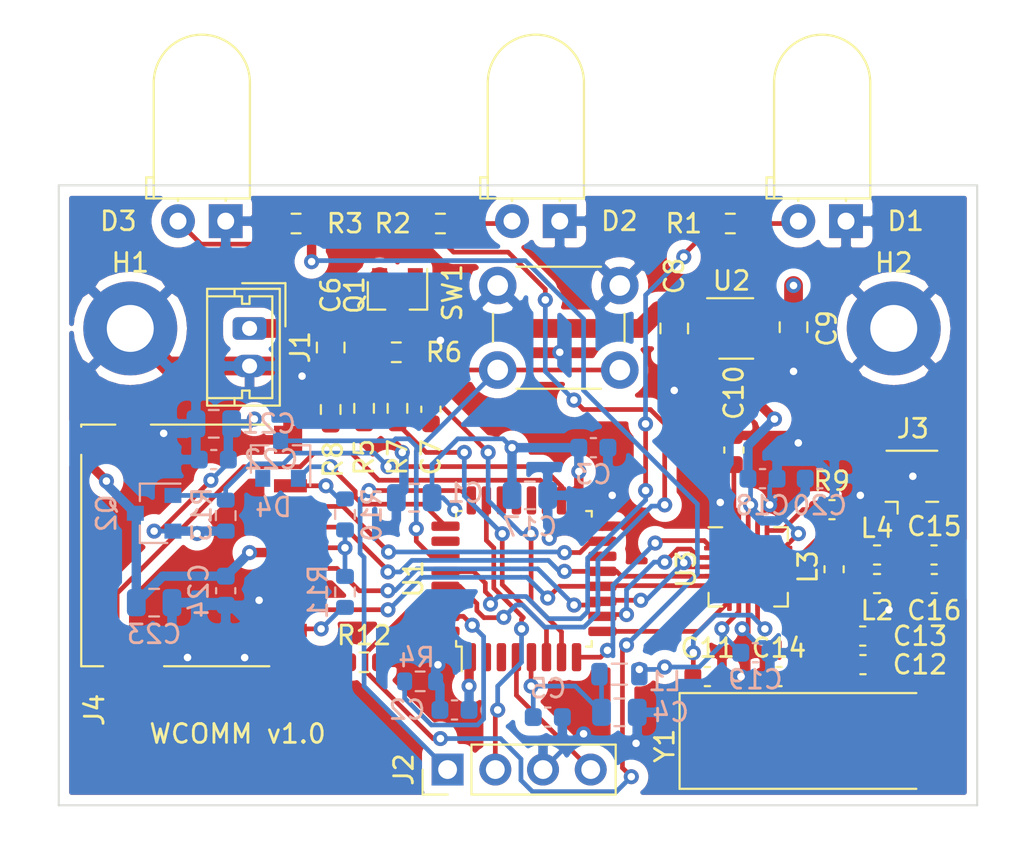
<source format=kicad_pcb>
(kicad_pcb (version 20171130) (host pcbnew "(5.1.12)-1")
  (title_block (title WCOMM) (date 2022-04-08) (rev 1.0) (company "Andrei Alves Cardoso"))
  (layers (0 F.Cu signal) (1 In1.Cu power) (2 In2.Cu power) (31 B.Cu signal) (34 B.Paste user) (35 F.Paste user) (36 B.SilkS user) (37 F.SilkS user) (38 B.Mask user) (39 F.Mask user) (44 Edge.Cuts user))
  (net 0 "")
  (net 1 /3.3V)
  (net 2 /GND)
  (net 3 /MCU/VDDA)
  (net 4 /Power/VBAT+)
  (net 5 /MCU/BAT_FB)
  (net 6 /MCU/~BAT_FB_EN)
  (net 7 "Net-(C8-Pad1)")
  (net 8 "Net-(C10-Pad1)")
  (net 9 "Net-(C11-Pad2)")
  (net 10 "Net-(C12-Pad1)")
  (net 11 "Net-(C14-Pad1)")
  (net 12 "Net-(C15-Pad1)")
  (net 13 "Net-(C15-Pad2)")
  (net 14 /SDCard/SD_3.3V)
  (net 15 "Net-(D1-Pad2)")
  (net 16 "Net-(D2-Pad2)")
  (net 17 "Net-(D3-Pad2)")
  (net 18 /MCU/PWR_HOLD)
  (net 19 "Net-(D4-Pad2)")
  (net 20 /MCU/~PWR_BTN)
  (net 21 /MCU/SWCLK)
  (net 22 /MCU/SWDIO)
  (net 23 /MCU/~RST)
  (net 24 "Net-(J4-Pad8)")
  (net 25 /MCU/SD_DET)
  (net 26 /SDCard/DO)
  (net 27 /WirelessComm/SCK)
  (net 28 /SDCard/DI)
  (net 29 /SDCard/CS)
  (net 30 "Net-(J4-Pad1)")
  (net 31 "Net-(L2-Pad1)")
  (net 32 "Net-(L3-Pad1)")
  (net 33 /SDCard/~EN)
  (net 34 /MCU/LED_G)
  (net 35 /MCU/LED_Y)
  (net 36 /MCU/LED_R)
  (net 37 "Net-(R4-Pad1)")
  (net 38 "Net-(R9-Pad1)")
  (net 39 "Net-(U1-Pad2)")
  (net 40 "Net-(U1-Pad3)")
  (net 41 /WirelessComm/CE)
  (net 42 /WirelessComm/IRQ)
  (net 43 /WirelessComm/~CS)
  (net 44 "Net-(U1-Pad14)")
  (net 45 "Net-(U1-Pad20)")
  (net 46 "Net-(U1-Pad21)")
  (net 47 "Net-(U1-Pad22)")
  (net 48 "Net-(U1-Pad26)")
  (net 49 "Net-(U2-Pad4)")
  (module MountingHole:MountingHole_2.5mm_Pad (layer F.Cu) (at 162.433 99.187)
    (fp_text reference H2 (at 0 -3.5) (layer F.SilkS))
    (fp_text value MountingHole_Pad)
    (pad 1 thru_hole circle (at 0 0) (size 5 5) (drill 2.5) (layers *.Cu *.Mask) (net 2 /GND))
  )
  (module MountingHole:MountingHole_2.5mm_Pad (layer F.Cu) (at 121.793 99.187)
    (fp_text reference H1 (at 0 -3.5) (layer F.SilkS))
    (fp_text value MountingHole_Pad)
    (pad 1 thru_hole circle (at 0 0) (size 5 5) (drill 2.5) (layers *.Cu *.Mask) (net 2 /GND))
  )
  (module Capacitor_SMD:C_0805_2012Metric (layer B.Cu) (at 136.906 108.204 180)
    (fp_text reference C1 (at -2.728 0.254) (layer B.SilkS) (effects (justify mirror)))
    (fp_text value 2u)
    (pad 1 smd roundrect (at -0.95 0 180) (size 1 1.45) (layers B.Cu B.Paste B.Mask) (net 1 /3.3V))
    (pad 2 smd roundrect (at 0.95 0 180) (size 1 1.45) (layers B.Cu B.Paste B.Mask) (net 2 /GND))
  )
  (module Capacitor_SMD:C_0603_1608Metric (layer B.Cu) (at 139.052 119.507 180)
    (fp_text reference C2 (at 2.527 0) (layer B.SilkS) (effects (justify mirror)))
    (fp_text value 100n)
    (pad 1 smd roundrect (at -0.775 0 180) (size 0.9 0.95) (layers B.Cu B.Paste B.Mask) (net 1 /3.3V))
    (pad 2 smd roundrect (at 0.775 0 180) (size 0.9 0.95) (layers B.Cu B.Paste B.Mask) (net 2 /GND))
  )
  (module Capacitor_SMD:C_0603_1608Metric (layer B.Cu) (at 146.444 105.537)
    (fp_text reference C3 (at 0 1.43 180) (layer B.SilkS) (effects (justify mirror)))
    (fp_text value 100n)
    (pad 2 smd roundrect (at 0.775 0) (size 0.9 0.95) (layers B.Cu B.Paste B.Mask) (net 2 /GND))
    (pad 1 smd roundrect (at -0.775 0) (size 0.9 0.95) (layers B.Cu B.Paste B.Mask) (net 1 /3.3V))
  )
  (module Capacitor_SMD:C_0805_2012Metric (layer B.Cu) (at 147.828 119.634)
    (fp_text reference C4 (at 2.728 0) (layer B.SilkS) (effects (justify mirror)))
    (fp_text value 2u)
    (pad 2 smd roundrect (at 0.95 0) (size 1 1.45) (layers B.Cu B.Paste B.Mask) (net 2 /GND))
    (pad 1 smd roundrect (at -0.95 0) (size 1 1.45) (layers B.Cu B.Paste B.Mask) (net 3 /MCU/VDDA))
  )
  (module Capacitor_SMD:C_0603_1608Metric (layer B.Cu) (at 144.018 119.888)
    (fp_text reference C5 (at 0.013 -1.524) (layer B.SilkS) (effects (justify mirror)))
    (fp_text value 100n)
    (pad 2 smd roundrect (at 0.775 0) (size 0.9 0.95) (layers B.Cu B.Paste B.Mask) (net 2 /GND))
    (pad 1 smd roundrect (at -0.775 0) (size 0.9 0.95) (layers B.Cu B.Paste B.Mask) (net 3 /MCU/VDDA))
  )
  (module Capacitor_SMD:C_0805_2012Metric (layer F.Cu) (at 132.461 100.203 270)
    (fp_text reference C6 (at -2.794 0 270) (layer F.SilkS))
    (fp_text value 2u)
    (pad 2 smd roundrect (at 0.95 0 270) (size 1 1.45) (layers F.Cu F.Paste F.Mask) (net 2 /GND))
    (pad 1 smd roundrect (at -0.95 0 270) (size 1 1.45) (layers F.Cu F.Paste F.Mask) (net 4 /Power/VBAT+))
  )
  (module Capacitor_SMD:C_0603_1608Metric (layer F.Cu) (at 137.795 103.492 90)
    (fp_text reference C7 (at -2.553 0 90) (layer F.SilkS))
    (fp_text value 1n)
    (pad 1 smd roundrect (at -0.775 0 90) (size 0.9 0.95) (layers F.Cu F.Paste F.Mask) (net 5 /MCU/BAT_FB))
    (pad 2 smd roundrect (at 0.775 0 90) (size 0.9 0.95) (layers F.Cu F.Paste F.Mask) (net 6 /MCU/~BAT_FB_EN))
  )
  (module Capacitor_SMD:C_0805_2012Metric (layer F.Cu) (at 150.749 99.187 270)
    (fp_text reference C8 (at -2.794 0 90) (layer F.SilkS))
    (fp_text value 2u)
    (pad 2 smd roundrect (at 0.95 0 270) (size 1 1.45) (layers F.Cu F.Paste F.Mask) (net 2 /GND))
    (pad 1 smd roundrect (at -0.95 0 270) (size 1 1.45) (layers F.Cu F.Paste F.Mask) (net 7 "Net-(C8-Pad1)"))
  )
  (module Capacitor_SMD:C_0805_2012Metric (layer F.Cu) (at 157.099 99.121 270)
    (fp_text reference C9 (at 0.066 -1.778 270) (layer F.SilkS))
    (fp_text value 2u)
    (pad 1 smd roundrect (at -0.95 0 270) (size 1 1.45) (layers F.Cu F.Paste F.Mask) (net 1 /3.3V))
    (pad 2 smd roundrect (at 0.95 0 270) (size 1 1.45) (layers F.Cu F.Paste F.Mask) (net 2 /GND))
  )
  (module Capacitor_SMD:C_0603_1608Metric (layer F.Cu) (at 153.924 105.664 90)
    (fp_text reference C10 (at 3.048 0 90) (layer F.SilkS))
    (fp_text value 33n)
    (pad 2 smd roundrect (at 0.775 0 90) (size 0.9 0.95) (layers F.Cu F.Paste F.Mask) (net 2 /GND))
    (pad 1 smd roundrect (at -0.775 0 90) (size 0.9 0.95) (layers F.Cu F.Paste F.Mask) (net 8 "Net-(C10-Pad1)"))
  )
  (module Capacitor_SMD:C_0603_1608Metric (layer F.Cu) (at 152.514 117.729 180)
    (fp_text reference C11 (at -0.013 1.524) (layer F.SilkS))
    (fp_text value "24p NPO")
    (pad 2 smd roundrect (at 0.775 0 180) (size 0.9 0.95) (layers F.Cu F.Paste F.Mask) (net 9 "Net-(C11-Pad2)"))
    (pad 1 smd roundrect (at -0.775 0 180) (size 0.9 0.95) (layers F.Cu F.Paste F.Mask) (net 2 /GND))
  )
  (module Capacitor_SMD:C_0603_1608Metric (layer F.Cu) (at 160.795 117.094)
    (fp_text reference C12 (at 3.035 0) (layer F.SilkS))
    (fp_text value 2.2n)
    (pad 2 smd roundrect (at 0.775 0) (size 0.9 0.95) (layers F.Cu F.Paste F.Mask) (net 2 /GND))
    (pad 1 smd roundrect (at -0.775 0) (size 0.9 0.95) (layers F.Cu F.Paste F.Mask) (net 10 "Net-(C12-Pad1)"))
  )
  (module Capacitor_SMD:C_0603_1608Metric (layer F.Cu) (at 160.782 115.57)
    (fp_text reference C13 (at 3.048 0) (layer F.SilkS))
    (fp_text value "4.7p NPO")
    (pad 1 smd roundrect (at -0.775 0) (size 0.9 0.95) (layers F.Cu F.Paste F.Mask) (net 10 "Net-(C12-Pad1)"))
    (pad 2 smd roundrect (at 0.775 0) (size 0.9 0.95) (layers F.Cu F.Paste F.Mask) (net 2 /GND))
  )
  (module Capacitor_SMD:C_0603_1608Metric (layer F.Cu) (at 156.324 117.729 180)
    (fp_text reference C14 (at 0 1.524) (layer F.SilkS))
    (fp_text value "24p NPO")
    (pad 1 smd roundrect (at -0.775 0 180) (size 0.9 0.95) (layers F.Cu F.Paste F.Mask) (net 11 "Net-(C14-Pad1)"))
    (pad 2 smd roundrect (at 0.775 0 180) (size 0.9 0.95) (layers F.Cu F.Paste F.Mask) (net 2 /GND))
  )
  (module Capacitor_SMD:C_0603_1608Metric (layer F.Cu) (at 164.579 111.252 180)
    (fp_text reference C15 (at -0.013 1.524) (layer F.SilkS))
    (fp_text value "1.5p NPO")
    (pad 1 smd roundrect (at -0.775 0 180) (size 0.9 0.95) (layers F.Cu F.Paste F.Mask) (net 12 "Net-(C15-Pad1)"))
    (pad 2 smd roundrect (at 0.775 0 180) (size 0.9 0.95) (layers F.Cu F.Paste F.Mask) (net 13 "Net-(C15-Pad2)"))
  )
  (module Capacitor_SMD:C_0603_1608Metric (layer F.Cu) (at 164.592 112.776 180)
    (fp_text reference C16 (at 0 -1.43) (layer F.SilkS))
    (fp_text value "1p NPO")
    (pad 2 smd roundrect (at 0.775 0 180) (size 0.9 0.95) (layers F.Cu F.Paste F.Mask) (net 2 /GND))
    (pad 1 smd roundrect (at -0.775 0 180) (size 0.9 0.95) (layers F.Cu F.Paste F.Mask) (net 12 "Net-(C15-Pad1)"))
  )
  (module Capacitor_SMD:C_0805_2012Metric (layer B.Cu) (at 143.063 108.077)
    (fp_text reference C17 (at 0 1.68) (layer B.SilkS) (effects (justify mirror)))
    (fp_text value 2u)
    (pad 1 smd roundrect (at -0.95 0) (size 1 1.45) (layers B.Cu B.Paste B.Mask) (net 1 /3.3V))
    (pad 2 smd roundrect (at 0.95 0) (size 1 1.45) (layers B.Cu B.Paste B.Mask) (net 2 /GND))
  )
  (module Capacitor_SMD:C_0603_1608Metric (layer B.Cu) (at 155.448 107.188)
    (fp_text reference C18 (at 0 1.43 180) (layer B.SilkS) (effects (justify mirror)))
    (fp_text value 100n)
    (pad 1 smd roundrect (at -0.775 0) (size 0.9 0.95) (layers B.Cu B.Paste B.Mask) (net 1 /3.3V))
    (pad 2 smd roundrect (at 0.775 0) (size 0.9 0.95) (layers B.Cu B.Paste B.Mask) (net 2 /GND))
  )
  (module Capacitor_SMD:C_0603_1608Metric (layer B.Cu) (at 155.067 116.459)
    (fp_text reference C19 (at 0 1.43) (layer B.SilkS) (effects (justify mirror)))
    (fp_text value 100n)
    (pad 2 smd roundrect (at 0.775 0) (size 0.9 0.95) (layers B.Cu B.Paste B.Mask) (net 2 /GND))
    (pad 1 smd roundrect (at -0.775 0) (size 0.9 0.95) (layers B.Cu B.Paste B.Mask) (net 1 /3.3V))
  )
  (module Capacitor_SMD:C_0603_1608Metric (layer B.Cu) (at 158.496 107.188)
    (fp_text reference C20 (at 0 1.43 180) (layer B.SilkS) (effects (justify mirror)))
    (fp_text value 100n)
    (pad 1 smd roundrect (at -0.775 0) (size 0.9 0.95) (layers B.Cu B.Paste B.Mask) (net 1 /3.3V))
    (pad 2 smd roundrect (at 0.775 0) (size 0.9 0.95) (layers B.Cu B.Paste B.Mask) (net 2 /GND))
  )
  (module Capacitor_SMD:C_0805_2012Metric (layer B.Cu) (at 126.238 104.267 180)
    (fp_text reference C21 (at -2.921 0) (layer B.SilkS) (effects (justify mirror)))
    (fp_text value 2u)
    (pad 1 smd roundrect (at -0.95 0 180) (size 1 1.45) (layers B.Cu B.Paste B.Mask) (net 1 /3.3V))
    (pad 2 smd roundrect (at 0.95 0 180) (size 1 1.45) (layers B.Cu B.Paste B.Mask) (net 2 /GND))
  )
  (module Capacitor_SMD:C_0603_1608Metric (layer B.Cu) (at 126.238 106.172 180)
    (fp_text reference C22 (at -3.048 0 180) (layer B.SilkS) (effects (justify mirror)))
    (fp_text value 100n)
    (pad 1 smd roundrect (at -0.775 0 180) (size 0.9 0.95) (layers B.Cu B.Paste B.Mask) (net 1 /3.3V))
    (pad 2 smd roundrect (at 0.775 0 180) (size 0.9 0.95) (layers B.Cu B.Paste B.Mask) (net 2 /GND))
  )
  (module Capacitor_SMD:C_0805_2012Metric (layer B.Cu) (at 123.063 113.792)
    (fp_text reference C23 (at 0 1.68) (layer B.SilkS) (effects (justify mirror)))
    (fp_text value 2u)
    (pad 2 smd roundrect (at 0.95 0) (size 1 1.45) (layers B.Cu B.Paste B.Mask) (net 2 /GND))
    (pad 1 smd roundrect (at -0.95 0) (size 1 1.45) (layers B.Cu B.Paste B.Mask) (net 14 /SDCard/SD_3.3V))
  )
  (module Capacitor_SMD:C_0603_1608Metric (layer B.Cu) (at 126.873 113.157 270)
    (fp_text reference C24 (at 0 1.43 90) (layer B.SilkS) (effects (justify mirror)))
    (fp_text value 100n)
    (pad 2 smd roundrect (at 0.775 0 270) (size 0.9 0.95) (layers B.Cu B.Paste B.Mask) (net 2 /GND))
    (pad 1 smd roundrect (at -0.775 0 270) (size 0.9 0.95) (layers B.Cu B.Paste B.Mask) (net 14 /SDCard/SD_3.3V))
  )
  (module LED_THT:LED_D5.0mm_Horizontal_O1.27mm_Z3.0mm (layer F.Cu) (at 159.893 93.472 180)
    (fp_text reference D1 (at -3.175 0) (layer F.SilkS))
    (fp_text value "LED G")
    (pad 1 thru_hole rect (at 0 0 180) (size 1.8 1.8) (drill 0.9) (layers *.Cu *.Mask) (net 2 /GND))
    (pad 2 thru_hole circle (at 2.54 0 180) (size 1.8 1.8) (drill 0.9) (layers *.Cu *.Mask) (net 15 "Net-(D1-Pad2)"))
  )
  (module LED_THT:LED_D5.0mm_Horizontal_O1.27mm_Z3.0mm (layer F.Cu) (at 144.653 93.472 180)
    (fp_text reference D2 (at -3.175 0) (layer F.SilkS))
    (fp_text value "LED Y")
    (pad 2 thru_hole circle (at 2.54 0 180) (size 1.8 1.8) (drill 0.9) (layers *.Cu *.Mask) (net 16 "Net-(D2-Pad2)"))
    (pad 1 thru_hole rect (at 0 0 180) (size 1.8 1.8) (drill 0.9) (layers *.Cu *.Mask) (net 2 /GND))
  )
  (module LED_THT:LED_D5.0mm_Horizontal_O1.27mm_Z3.0mm (layer F.Cu) (at 126.873 93.472 180)
    (fp_text reference D3 (at 5.715 0) (layer F.SilkS))
    (fp_text value "LED R")
    (pad 1 thru_hole rect (at 0 0 180) (size 1.8 1.8) (drill 0.9) (layers *.Cu *.Mask) (net 2 /GND))
    (pad 2 thru_hole circle (at 2.54 0 180) (size 1.8 1.8) (drill 0.9) (layers *.Cu *.Mask) (net 17 "Net-(D3-Pad2)"))
  )
  (module Package_TO_SOT_SMD:SOT-23 (layer B.Cu) (at 129.794 106.172 90)
    (fp_text reference D4 (at -2.54 -0.381) (layer B.SilkS) (effects (justify mirror)))
    (fp_text value BAS19)
    (pad 1 smd rect (at -1 0.95 90) (size 0.9 0.8) (layers B.Cu B.Paste B.Mask) (net 18 /MCU/PWR_HOLD))
    (pad 2 smd rect (at -1 -0.95 90) (size 0.9 0.8) (layers B.Cu B.Paste B.Mask) (net 19 "Net-(D4-Pad2)"))
    (pad 3 smd rect (at 1 0 90) (size 0.9 0.8) (layers B.Cu B.Paste B.Mask) (net 20 /MCU/~PWR_BTN))
  )
  (module Connector_Molex:Molex_Micro-Latch_53253-0270_1x02_P2.00mm_Vertical (layer F.Cu) (at 128.143 99.187 270)
    (fp_text reference J1 (at 1 -2.7 90) (layer F.SilkS))
    (fp_text value Conn_01x02)
    (pad 1 thru_hole roundrect (at 0 0 270) (size 1.2 1.8) (drill 0.8) (layers *.Cu *.Mask) (roundrect_rratio 0.2083325) (net 4 /Power/VBAT+))
    (pad 2 thru_hole oval (at 2 0 270) (size 1.2 1.8) (drill 0.8) (layers *.Cu *.Mask) (net 2 /GND))
  )
  (module Connector_PinHeader_2.54mm:PinHeader_1x04_P2.54mm_Vertical (layer F.Cu) (at 138.684 122.682 90)
    (fp_text reference J2 (at 0 -2.33 90) (layer F.SilkS))
    (fp_text value Conn_01x04)
    (pad 1 thru_hole rect (at 0 0 90) (size 1.7 1.7) (drill 1) (layers *.Cu *.Mask) (net 21 /MCU/SWCLK))
    (pad 2 thru_hole oval (at 0 2.54 90) (size 1.7 1.7) (drill 1) (layers *.Cu *.Mask) (net 22 /MCU/SWDIO))
    (pad 3 thru_hole oval (at 0 5.08 90) (size 1.7 1.7) (drill 1) (layers *.Cu *.Mask) (net 2 /GND))
    (pad 4 thru_hole oval (at 0 7.62 90) (size 1.7 1.7) (drill 1) (layers *.Cu *.Mask) (net 23 /MCU/~RST))
  )
  (module Connector_Coaxial:U.FL_Hirose_U.FL-R-SMT-1_Vertical (layer F.Cu) (at 163.4 107.536 90)
    (fp_text reference J3 (at 3.015 0.049 180) (layer F.SilkS))
    (fp_text value Conn_Coaxial)
    (pad 2 smd rect (at 0.475 1.475 90) (size 2.2 1.05) (layers F.Cu F.Paste F.Mask) (net 2 /GND))
    (pad 1 smd rect (at -1.05 0 90) (size 1.05 1) (layers F.Cu F.Paste F.Mask) (net 12 "Net-(C15-Pad1)"))
    (pad 2 smd rect (at 0.475 -1.475 90) (size 2.2 1.05) (layers F.Cu F.Paste F.Mask) (net 2 /GND))
  )
  (module Connector_Card:microSD_HC_Hirose_DM3D-SF (layer F.Cu) (at 124.968 110.744 90)
    (fp_text reference J4 (at -8.763 -5.08 90) (layer F.SilkS))
    (fp_text value Micro_SD_Card_Det)
    (pad 10 smd rect (at 5.575 -5.45 90) (size 1 1.55) (layers F.Cu F.Paste F.Mask) (net 14 /SDCard/SD_3.3V))
    (pad 11 smd rect (at 5.625 5.225 90) (size 1.5 1.5) (layers F.Cu F.Paste F.Mask) (net 2 /GND))
    (pad 1 smd rect (at 3.175 5.35 90) (size 0.7 1.75) (layers F.Cu F.Paste F.Mask) (net 30 "Net-(J4-Pad1)"))
    (pad 2 smd rect (at 2.075 5.35 90) (size 0.7 1.75) (layers F.Cu F.Paste F.Mask) (net 29 /SDCard/CS))
    (pad 3 smd rect (at 0.975 5.35 90) (size 0.7 1.75) (layers F.Cu F.Paste F.Mask) (net 28 /SDCard/DI))
    (pad 4 smd rect (at -0.125 5.35 90) (size 0.7 1.75) (layers F.Cu F.Paste F.Mask) (net 14 /SDCard/SD_3.3V))
    (pad 5 smd rect (at -1.225 5.35 90) (size 0.7 1.75) (layers F.Cu F.Paste F.Mask) (net 27 /WirelessComm/SCK))
    (pad 6 smd rect (at -2.325 5.35 90) (size 0.7 1.75) (layers F.Cu F.Paste F.Mask) (net 2 /GND))
    (pad 7 smd rect (at -3.425 5.35 90) (size 0.7 1.75) (layers F.Cu F.Paste F.Mask) (net 26 /SDCard/DO))
    (pad 11 smd rect (at 5.975 -3.025 90) (size 0.8 1.4) (layers F.Cu F.Paste F.Mask) (net 2 /GND))
    (pad 9 smd rect (at -5.65 -3.875 90) (size 1.45 1) (layers F.Cu F.Paste F.Mask) (net 25 /MCU/SD_DET))
    (pad 11 smd rect (at -5.975 -2.375 90) (size 0.8 1.5) (layers F.Cu F.Paste F.Mask) (net 2 /GND))
    (pad 11 smd rect (at -5.725 5.225 90) (size 1.3 1.5) (layers F.Cu F.Paste F.Mask) (net 2 /GND))
    (pad 8 smd rect (at -4.525 5.35 90) (size 0.7 1.75) (layers F.Cu F.Paste F.Mask) (net 24 "Net-(J4-Pad8)"))
  )
  (module Inductor_SMD:L_0805_2012Metric (layer B.Cu) (at 147.828 117.602 180)
    (fp_text reference L1 (at -2.413 -0.381) (layer B.SilkS) (effects (justify mirror)))
    (fp_text value 10u)
    (pad 1 smd roundrect (at -1.0625 0 180) (size 0.875 1.2) (layers B.Cu B.Paste B.Mask) (net 1 /3.3V))
    (pad 2 smd roundrect (at 1.0625 0 180) (size 0.875 1.2) (layers B.Cu B.Paste B.Mask) (net 3 /MCU/VDDA))
  )
  (module Inductor_SMD:L_0603_1608Metric (layer F.Cu) (at 161.544 112.776 180)
    (fp_text reference L2 (at 0 -1.43) (layer F.SilkS))
    (fp_text value 2.7n)
    (pad 2 smd roundrect (at 0.7875 0 180) (size 0.875 0.95) (layers F.Cu F.Paste F.Mask) (net 10 "Net-(C12-Pad1)"))
    (pad 1 smd roundrect (at -0.7875 0 180) (size 0.875 0.95) (layers F.Cu F.Paste F.Mask) (net 31 "Net-(L2-Pad1)"))
  )
  (module Inductor_SMD:L_0603_1608Metric (layer F.Cu) (at 159.258 112.014 270)
    (fp_text reference L3 (at -0.127 1.397 90) (layer F.SilkS))
    (fp_text value 8.2n)
    (pad 1 smd roundrect (at -0.7875 0 270) (size 0.875 0.95) (layers F.Cu F.Paste F.Mask) (net 32 "Net-(L3-Pad1)"))
    (pad 2 smd roundrect (at 0.7875 0 270) (size 0.875 0.95) (layers F.Cu F.Paste F.Mask) (net 31 "Net-(L2-Pad1)"))
  )
  (module Inductor_SMD:L_0603_1608Metric (layer F.Cu) (at 161.544 111.252)
    (fp_text reference L4 (at 0 -1.43) (layer F.SilkS))
    (fp_text value 3.9n)
    (pad 1 smd roundrect (at -0.7875 0) (size 0.875 0.95) (layers F.Cu F.Paste F.Mask) (net 32 "Net-(L3-Pad1)"))
    (pad 2 smd roundrect (at 0.7875 0) (size 0.875 0.95) (layers F.Cu F.Paste F.Mask) (net 13 "Net-(C15-Pad2)"))
  )
  (module Package_TO_SOT_SMD:SOT-23 (layer F.Cu) (at 136.017 97.425 270)
    (fp_text reference Q1 (at -0.016 2.286 270) (layer F.SilkS))
    (fp_text value DMG2301L)
    (pad 3 smd rect (at 1 0 270) (size 0.9 0.8) (layers F.Cu F.Paste F.Mask) (net 7 "Net-(C8-Pad1)"))
    (pad 2 smd rect (at -1 0.95 270) (size 0.9 0.8) (layers F.Cu F.Paste F.Mask) (net 4 /Power/VBAT+))
    (pad 1 smd rect (at -1 -0.95 270) (size 0.9 0.8) (layers F.Cu F.Paste F.Mask) (net 18 /MCU/PWR_HOLD))
  )
  (module Package_TO_SOT_SMD:SOT-23 (layer B.Cu) (at 123.063 109.032 180)
    (fp_text reference Q2 (at 2.54 0 90) (layer B.SilkS) (effects (justify mirror)))
    (fp_text value DMG2301L)
    (pad 1 smd rect (at -1 0.95 180) (size 0.9 0.8) (layers B.Cu B.Paste B.Mask) (net 33 /SDCard/~EN))
    (pad 2 smd rect (at -1 -0.95 180) (size 0.9 0.8) (layers B.Cu B.Paste B.Mask) (net 1 /3.3V))
    (pad 3 smd rect (at 1 0 180) (size 0.9 0.8) (layers B.Cu B.Paste B.Mask) (net 14 /SDCard/SD_3.3V))
  )
  (module Resistor_SMD:R_0603_1608Metric (layer F.Cu) (at 153.734 93.599)
    (fp_text reference R1 (at -2.477 0) (layer F.SilkS))
    (fp_text value 100)
    (pad 1 smd roundrect (at -0.825 0) (size 0.8 0.95) (layers F.Cu F.Paste F.Mask) (net 34 /MCU/LED_G))
    (pad 2 smd roundrect (at 0.825 0) (size 0.8 0.95) (layers F.Cu F.Paste F.Mask) (net 15 "Net-(D1-Pad2)"))
  )
  (module Resistor_SMD:R_0603_1608Metric (layer F.Cu) (at 138.303 93.599)
    (fp_text reference R2 (at -2.54 0) (layer F.SilkS))
    (fp_text value 100)
    (pad 2 smd roundrect (at 0.825 0) (size 0.8 0.95) (layers F.Cu F.Paste F.Mask) (net 16 "Net-(D2-Pad2)"))
    (pad 1 smd roundrect (at -0.825 0) (size 0.8 0.95) (layers F.Cu F.Paste F.Mask) (net 35 /MCU/LED_Y))
  )
  (module Resistor_SMD:R_0603_1608Metric (layer F.Cu) (at 130.62 93.599 180)
    (fp_text reference R3 (at -2.603 0) (layer F.SilkS))
    (fp_text value 100)
    (pad 1 smd roundrect (at -0.825 0 180) (size 0.8 0.95) (layers F.Cu F.Paste F.Mask) (net 36 /MCU/LED_R))
    (pad 2 smd roundrect (at 0.825 0 180) (size 0.8 0.95) (layers F.Cu F.Paste F.Mask) (net 17 "Net-(D3-Pad2)"))
  )
  (module Resistor_SMD:R_0603_1608Metric (layer B.Cu) (at 137.224 117.983)
    (fp_text reference R4 (at -0.191 -1.27) (layer B.SilkS) (effects (justify mirror)))
    (fp_text value 10k)
    (pad 2 smd roundrect (at 0.825 0) (size 0.8 0.95) (layers B.Cu B.Paste B.Mask) (net 2 /GND))
    (pad 1 smd roundrect (at -0.825 0) (size 0.8 0.95) (layers B.Cu B.Paste B.Mask) (net 37 "Net-(R4-Pad1)"))
  )
  (module Resistor_SMD:R_0603_1608Metric (layer F.Cu) (at 134.239 103.442 90)
    (fp_text reference R5 (at -2.603 0 90) (layer F.SilkS))
    (fp_text value 200k)
    (pad 2 smd roundrect (at 0.825 0 90) (size 0.8 0.95) (layers F.Cu F.Paste F.Mask) (net 4 /Power/VBAT+))
    (pad 1 smd roundrect (at -0.825 0 90) (size 0.8 0.95) (layers F.Cu F.Paste F.Mask) (net 5 /MCU/BAT_FB))
  )
  (module Resistor_SMD:R_0603_1608Metric (layer F.Cu) (at 135.954 100.457)
    (fp_text reference R6 (at 2.54 0) (layer F.SilkS))
    (fp_text value 10k)
    (pad 1 smd roundrect (at -0.825 0) (size 0.8 0.95) (layers F.Cu F.Paste F.Mask) (net 4 /Power/VBAT+))
    (pad 2 smd roundrect (at 0.825 0) (size 0.8 0.95) (layers F.Cu F.Paste F.Mask) (net 20 /MCU/~PWR_BTN))
  )
  (module Resistor_SMD:R_0603_1608Metric (layer F.Cu) (at 136.017 103.442 90)
    (fp_text reference R7 (at -2.603 0 90) (layer F.SilkS))
    (fp_text value 100k)
    (pad 1 smd roundrect (at -0.825 0 90) (size 0.8 0.95) (layers F.Cu F.Paste F.Mask) (net 5 /MCU/BAT_FB))
    (pad 2 smd roundrect (at 0.825 0 90) (size 0.8 0.95) (layers F.Cu F.Paste F.Mask) (net 6 /MCU/~BAT_FB_EN))
  )
  (module Resistor_SMD:R_0603_1608Metric (layer F.Cu) (at 132.461 103.505 90)
    (fp_text reference R8 (at -2.667 0.127 270) (layer F.SilkS))
    (fp_text value 570K)
    (pad 2 smd roundrect (at 0.825 0 90) (size 0.8 0.95) (layers F.Cu F.Paste F.Mask) (net 4 /Power/VBAT+))
    (pad 1 smd roundrect (at -0.825 0 90) (size 0.8 0.95) (layers F.Cu F.Paste F.Mask) (net 18 /MCU/PWR_HOLD))
  )
  (module Capacitor_SMD:C_0603_1608Metric (layer F.Cu) (at 159.144 108.839)
    (fp_text reference R9 (at -0.013 -1.524) (layer F.SilkS))
    (fp_text value 22k)
    (pad 1 smd roundrect (at -0.775 0) (size 0.9 0.95) (layers F.Cu F.Paste F.Mask) (net 38 "Net-(R9-Pad1)"))
    (pad 2 smd roundrect (at 0.775 0) (size 0.9 0.95) (layers F.Cu F.Paste F.Mask) (net 2 /GND))
  )
  (module Resistor_SMD:R_0603_1608Metric (layer B.Cu) (at 133.223 109.093 90)
    (fp_text reference R10 (at 0 1.43 270) (layer B.SilkS) (effects (justify mirror)))
    (fp_text value 10k)
    (pad 1 smd roundrect (at -0.825 0 90) (size 0.8 0.95) (layers B.Cu B.Paste B.Mask) (net 14 /SDCard/SD_3.3V))
    (pad 2 smd roundrect (at 0.825 0 90) (size 0.8 0.95) (layers B.Cu B.Paste B.Mask) (net 30 "Net-(J4-Pad1)"))
  )
  (module Resistor_SMD:R_0603_1608Metric (layer B.Cu) (at 133.223 113.22 270)
    (fp_text reference R11 (at 0 1.43 270) (layer B.SilkS) (effects (justify mirror)))
    (fp_text value 10k)
    (pad 2 smd roundrect (at 0.825 0 270) (size 0.8 0.95) (layers B.Cu B.Paste B.Mask) (net 24 "Net-(J4-Pad8)"))
    (pad 1 smd roundrect (at -0.825 0 270) (size 0.8 0.95) (layers B.Cu B.Paste B.Mask) (net 14 /SDCard/SD_3.3V))
  )
  (module Resistor_SMD:R_0603_1608Metric (layer F.Cu) (at 134.239 116.967)
    (fp_text reference R12 (at 0 -1.43) (layer F.SilkS))
    (fp_text value 10k)
    (pad 1 smd roundrect (at -0.825 0) (size 0.8 0.95) (layers F.Cu F.Paste F.Mask) (net 25 /MCU/SD_DET))
    (pad 2 smd roundrect (at 0.825 0) (size 0.8 0.95) (layers F.Cu F.Paste F.Mask) (net 2 /GND))
  )
  (module Resistor_SMD:R_0603_1608Metric (layer B.Cu) (at 126.873 109.157 270)
    (fp_text reference R13 (at -0.064 1.27 270) (layer B.SilkS) (effects (justify mirror)))
    (fp_text value 100k)
    (pad 2 smd roundrect (at 0.825 0 270) (size 0.8 0.95) (layers B.Cu B.Paste B.Mask) (net 1 /3.3V))
    (pad 1 smd roundrect (at -0.825 0 270) (size 0.8 0.95) (layers B.Cu B.Paste B.Mask) (net 33 /SDCard/~EN))
  )
  (module Button_Switch_THT:SW_PUSH_6mm_H13mm (layer F.Cu) (at 141.351 96.901)
    (fp_text reference SW1 (at -2.413 0.381 90) (layer F.SilkS))
    (fp_text value SW_Push)
    (pad 2 thru_hole circle (at 0 4.5 90) (size 2 2) (drill 1.1) (layers *.Cu *.Mask) (net 20 /MCU/~PWR_BTN))
    (pad 1 thru_hole circle (at 0 0 90) (size 2 2) (drill 1.1) (layers *.Cu *.Mask) (net 2 /GND))
    (pad 2 thru_hole circle (at 6.5 4.5 90) (size 2 2) (drill 1.1) (layers *.Cu *.Mask) (net 20 /MCU/~PWR_BTN))
    (pad 1 thru_hole circle (at 6.5 0 90) (size 2 2) (drill 1.1) (layers *.Cu *.Mask) (net 2 /GND))
  )
  (module Package_QFP:LQFP-32_7x7mm_P0.8mm (layer F.Cu) (at 142.748 112.522 90)
    (fp_text reference U1 (at 0 -5.88 90) (layer F.SilkS))
    (fp_text value STM32L041K6Tx)
    (pad 1 smd roundrect (at -4.175 -2.8 90) (size 1.5 0.5) (layers F.Cu F.Paste F.Mask) (net 1 /3.3V))
    (pad 2 smd roundrect (at -4.175 -2 90) (size 1.5 0.5) (layers F.Cu F.Paste F.Mask) (net 39 "Net-(U1-Pad2)"))
    (pad 3 smd roundrect (at -4.175 -1.2 90) (size 1.5 0.5) (layers F.Cu F.Paste F.Mask) (net 40 "Net-(U1-Pad3)"))
    (pad 4 smd roundrect (at -4.175 -0.4 90) (size 1.5 0.5) (layers F.Cu F.Paste F.Mask) (net 23 /MCU/~RST))
    (pad 5 smd roundrect (at -4.175 0.4 90) (size 1.5 0.5) (layers F.Cu F.Paste F.Mask) (net 3 /MCU/VDDA))
    (pad 6 smd roundrect (at -4.175 1.2 90) (size 1.5 0.5) (layers F.Cu F.Paste F.Mask) (net 5 /MCU/BAT_FB))
    (pad 7 smd roundrect (at -4.175 2 90) (size 1.5 0.5) (layers F.Cu F.Paste F.Mask) (net 6 /MCU/~BAT_FB_EN))
    (pad 8 smd roundrect (at -4.175 2.8 90) (size 1.5 0.5) (layers F.Cu F.Paste F.Mask) (net 41 /WirelessComm/CE))
    (pad 9 smd roundrect (at -2.8 4.175 90) (size 0.5 1.5) (layers F.Cu F.Paste F.Mask) (net 42 /WirelessComm/IRQ))
    (pad 10 smd roundrect (at -2 4.175 90) (size 0.5 1.5) (layers F.Cu F.Paste F.Mask) (net 43 /WirelessComm/~CS))
    (pad 11 smd roundrect (at -1.2 4.175 90) (size 0.5 1.5) (layers F.Cu F.Paste F.Mask) (net 27 /WirelessComm/SCK))
    (pad 12 smd roundrect (at -0.4 4.175 90) (size 0.5 1.5) (layers F.Cu F.Paste F.Mask) (net 26 /SDCard/DO))
    (pad 13 smd roundrect (at 0.4 4.175 90) (size 0.5 1.5) (layers F.Cu F.Paste F.Mask) (net 28 /SDCard/DI))
    (pad 14 smd roundrect (at 1.2 4.175 90) (size 0.5 1.5) (layers F.Cu F.Paste F.Mask) (net 44 "Net-(U1-Pad14)"))
    (pad 15 smd roundrect (at 2 4.175 90) (size 0.5 1.5) (layers F.Cu F.Paste F.Mask) (net 29 /SDCard/CS))
    (pad 16 smd roundrect (at 2.8 4.175 90) (size 0.5 1.5) (layers F.Cu F.Paste F.Mask) (net 2 /GND))
    (pad 17 smd roundrect (at 4.175 2.8 90) (size 1.5 0.5) (layers F.Cu F.Paste F.Mask) (net 1 /3.3V))
    (pad 18 smd roundrect (at 4.175 2 90) (size 1.5 0.5) (layers F.Cu F.Paste F.Mask) (net 33 /SDCard/~EN))
    (pad 19 smd roundrect (at 4.175 1.2 90) (size 1.5 0.5) (layers F.Cu F.Paste F.Mask) (net 25 /MCU/SD_DET))
    (pad 20 smd roundrect (at 4.175 0.4 90) (size 1.5 0.5) (layers F.Cu F.Paste F.Mask) (net 45 "Net-(U1-Pad20)"))
    (pad 21 smd roundrect (at 4.175 -0.4 90) (size 1.5 0.5) (layers F.Cu F.Paste F.Mask) (net 46 "Net-(U1-Pad21)"))
    (pad 22 smd roundrect (at 4.175 -1.2 90) (size 1.5 0.5) (layers F.Cu F.Paste F.Mask) (net 47 "Net-(U1-Pad22)"))
    (pad 23 smd roundrect (at 4.175 -2 90) (size 1.5 0.5) (layers F.Cu F.Paste F.Mask) (net 22 /MCU/SWDIO))
    (pad 24 smd roundrect (at 4.175 -2.8 90) (size 1.5 0.5) (layers F.Cu F.Paste F.Mask) (net 21 /MCU/SWCLK))
    (pad 25 smd roundrect (at 2.8 -4.175 90) (size 0.5 1.5) (layers F.Cu F.Paste F.Mask) (net 18 /MCU/PWR_HOLD))
    (pad 26 smd roundrect (at 2 -4.175 90) (size 0.5 1.5) (layers F.Cu F.Paste F.Mask) (net 48 "Net-(U1-Pad26)"))
    (pad 27 smd roundrect (at 1.2 -4.175 90) (size 0.5 1.5) (layers F.Cu F.Paste F.Mask) (net 20 /MCU/~PWR_BTN))
    (pad 28 smd roundrect (at 0.4 -4.175 90) (size 0.5 1.5) (layers F.Cu F.Paste F.Mask) (net 34 /MCU/LED_G))
    (pad 29 smd roundrect (at -0.4 -4.175 90) (size 0.5 1.5) (layers F.Cu F.Paste F.Mask) (net 35 /MCU/LED_Y))
    (pad 30 smd roundrect (at -1.2 -4.175 90) (size 0.5 1.5) (layers F.Cu F.Paste F.Mask) (net 36 /MCU/LED_R))
    (pad 31 smd roundrect (at -2 -4.175 90) (size 0.5 1.5) (layers F.Cu F.Paste F.Mask) (net 37 "Net-(R4-Pad1)"))
    (pad 32 smd roundrect (at -2.8 -4.175 90) (size 0.5 1.5) (layers F.Cu F.Paste F.Mask) (net 2 /GND))
  )
  (module Package_TO_SOT_SMD:SOT-23-5 (layer F.Cu) (at 154.051 99.187)
    (fp_text reference U2 (at -0.254 -2.54 180) (layer F.SilkS))
    (fp_text value TLV75533PDBV)
    (pad 1 smd rect (at -1.1 -0.95) (size 1.06 0.65) (layers F.Cu F.Paste F.Mask) (net 7 "Net-(C8-Pad1)"))
    (pad 2 smd rect (at -1.1 0) (size 1.06 0.65) (layers F.Cu F.Paste F.Mask) (net 2 /GND))
    (pad 3 smd rect (at -1.1 0.95) (size 1.06 0.65) (layers F.Cu F.Paste F.Mask) (net 7 "Net-(C8-Pad1)"))
    (pad 4 smd rect (at 1.1 0.95) (size 1.06 0.65) (layers F.Cu F.Paste F.Mask) (net 49 "Net-(U2-Pad4)"))
    (pad 5 smd rect (at 1.1 -0.95) (size 1.06 0.65) (layers F.Cu F.Paste F.Mask) (net 1 /3.3V))
  )
  (module Package_DFN_QFN:QFN-20-1EP_4x4mm_P0.5mm_EP2.5x2.5mm (layer F.Cu) (at 154.686 111.887)
    (fp_text reference U3 (at -3.302 0.127 270) (layer F.SilkS))
    (fp_text value nRF24L01P)
    (pad 1 smd roundrect (at -1.9375 -1) (size 0.825 0.25) (layers F.Cu F.Paste F.Mask) (net 41 /WirelessComm/CE))
    (pad 2 smd roundrect (at -1.9375 -0.5) (size 0.825 0.25) (layers F.Cu F.Paste F.Mask) (net 43 /WirelessComm/~CS))
    (pad 3 smd roundrect (at -1.9375 0) (size 0.825 0.25) (layers F.Cu F.Paste F.Mask) (net 27 /WirelessComm/SCK))
    (pad 4 smd roundrect (at -1.9375 0.5) (size 0.825 0.25) (layers F.Cu F.Paste F.Mask) (net 28 /SDCard/DI))
    (pad 5 smd roundrect (at -1.9375 1) (size 0.825 0.25) (layers F.Cu F.Paste F.Mask) (net 26 /SDCard/DO))
    (pad 6 smd roundrect (at -1 1.9375) (size 0.25 0.825) (layers F.Cu F.Paste F.Mask) (net 42 /WirelessComm/IRQ))
    (pad 7 smd roundrect (at -0.5 1.9375) (size 0.25 0.825) (layers F.Cu F.Paste F.Mask) (net 1 /3.3V))
    (pad 8 smd roundrect (at 0 1.9375) (size 0.25 0.825) (layers F.Cu F.Paste F.Mask) (net 2 /GND))
    (pad 9 smd roundrect (at 0.5 1.9375) (size 0.25 0.825) (layers F.Cu F.Paste F.Mask) (net 9 "Net-(C11-Pad2)"))
    (pad 10 smd roundrect (at 1 1.9375) (size 0.25 0.825) (layers F.Cu F.Paste F.Mask) (net 11 "Net-(C14-Pad1)"))
    (pad 11 smd roundrect (at 1.9375 1) (size 0.825 0.25) (layers F.Cu F.Paste F.Mask) (net 10 "Net-(C12-Pad1)"))
    (pad 12 smd roundrect (at 1.9375 0.5) (size 0.825 0.25) (layers F.Cu F.Paste F.Mask) (net 31 "Net-(L2-Pad1)"))
    (pad 13 smd roundrect (at 1.9375 0) (size 0.825 0.25) (layers F.Cu F.Paste F.Mask) (net 32 "Net-(L3-Pad1)"))
    (pad 14 smd roundrect (at 1.9375 -0.5) (size 0.825 0.25) (layers F.Cu F.Paste F.Mask) (net 2 /GND))
    (pad 15 smd roundrect (at 1.9375 -1) (size 0.825 0.25) (layers F.Cu F.Paste F.Mask) (net 1 /3.3V))
    (pad 16 smd roundrect (at 1 -1.9375) (size 0.25 0.825) (layers F.Cu F.Paste F.Mask) (net 38 "Net-(R9-Pad1)"))
    (pad 17 smd roundrect (at 0.5 -1.9375) (size 0.25 0.825) (layers F.Cu F.Paste F.Mask) (net 2 /GND))
    (pad 18 smd roundrect (at 0 -1.9375) (size 0.25 0.825) (layers F.Cu F.Paste F.Mask) (net 1 /3.3V))
    (pad 19 smd roundrect (at -0.5 -1.9375) (size 0.25 0.825) (layers F.Cu F.Paste F.Mask) (net 8 "Net-(C10-Pad1)"))
    (pad 20 smd roundrect (at -1 -1.9375) (size 0.25 0.825) (layers F.Cu F.Paste F.Mask) (net 2 /GND))
    (pad 21 smd rect (at 0 0) (size 2.5 2.5) (layers F.Cu F.Mask))
  )
  (module Crystal:Crystal_SMD_HC49-SD (layer F.Cu) (at 157.734 121.158)
    (fp_text reference Y1 (at -7.493 0.254 90) (layer F.SilkS))
    (fp_text value 16M)
    (pad 1 smd rect (at -4.25 0) (size 4.5 2) (layers F.Cu F.Paste F.Mask) (net 9 "Net-(C11-Pad2)"))
    (pad 2 smd rect (at 4.25 0) (size 4.5 2) (layers F.Cu F.Paste F.Mask) (net 11 "Net-(C14-Pad1)"))
  )
  (gr_text "WCOMM v1.0" (at 127.508 120.777) (layer F.SilkS) (effects (font (size 1 1))))
  (gr_line (start 166.878 91.567) (end 166.878 124.587) (layer Edge.Cuts) (width 0.1))
  (gr_line (start 117.983 91.567) (end 166.878 91.567) (layer Edge.Cuts) (width 0.1))
  (gr_line (start 117.983 124.587) (end 117.983 91.567) (layer Edge.Cuts) (width 0.1))
  (gr_line (start 166.878 124.587) (end 117.983 124.587) (layer Edge.Cuts) (width 0.1))
  (segment (start 157.033 98.237) (end 157.099 98.171) (width 1) (layer F.Cu) (net 1))
  (segment (start 155.151 98.237) (end 157.033 98.237) (width 1) (layer F.Cu) (net 1))
  (segment (start 157.099 98.171) (end 157.099 96.901) (width 1) (layer F.Cu) (net 1))
  (segment (start 145.669 105.537) (end 145.669 106.807) (width 0.5) (layer B.Cu) (net 1))
  (segment (start 145.669 108.226) (end 145.548 108.347) (width 0.5) (layer F.Cu) (net 1))
  (segment (start 145.669 106.807) (end 145.669 108.226) (width 0.5) (layer F.Cu) (net 1))
  (segment (start 139.827 119.507) (end 139.827 118.237) (width 0.5) (layer B.Cu) (net 1))
  (segment (start 139.827 116.818) (end 139.948 116.697) (width 0.5) (layer F.Cu) (net 1))
  (segment (start 139.827 118.237) (end 139.827 116.818) (width 0.5) (layer F.Cu) (net 1))
  (segment (start 125.476 109.982) (end 125.349 110.109) (width 0.5) (layer B.Cu) (net 1))
  (segment (start 126.873 109.982) (end 125.476 109.982) (width 0.5) (layer B.Cu) (net 1))
  (segment (start 125.476 109.982) (end 124.063 109.982) (width 0.5) (layer B.Cu) (net 1))
  (segment (start 127.013 104.442) (end 127.188 104.267) (width 0.5) (layer B.Cu) (net 1))
  (segment (start 127.013 106.172) (end 127.013 104.442) (width 0.5) (layer B.Cu) (net 1))
  (segment (start 128.143 104.267) (end 128.397 104.013) (width 0.5) (layer B.Cu) (net 1))
  (segment (start 127.188 104.267) (end 128.143 104.267) (width 0.5) (layer B.Cu) (net 1))
  (segment (start 141.986 108.204) (end 142.113 108.077) (width 0.5) (layer B.Cu) (net 1))
  (segment (start 154.186 114.285022) (end 153.286675 115.184347) (width 0.25) (layer F.Cu) (net 1))
  (segment (start 153.286675 115.184347) (end 153.284347 115.184347) (width 0.25) (layer F.Cu) (net 1))
  (segment (start 154.186 113.8245) (end 154.186 114.285022) (width 0.25) (layer F.Cu) (net 1))
  (segment (start 153.284347 115.184347) (end 153.525347 115.184347) (width 0.25) (layer B.Cu) (net 1))
  (segment (start 154.686 108.712) (end 154.813 108.585) (width 0.25) (layer F.Cu) (net 1))
  (segment (start 154.686 109.9495) (end 154.686 108.712) (width 0.25) (layer F.Cu) (net 1))
  (segment (start 154.813 107.328) (end 154.673 107.188) (width 0.25) (layer B.Cu) (net 1))
  (segment (start 154.813 108.585) (end 154.813 107.328) (width 0.25) (layer B.Cu) (net 1))
  (segment (start 153.284347 115.451347) (end 154.292 116.459) (width 0.25) (layer B.Cu) (net 1))
  (segment (start 153.284347 115.184347) (end 153.284347 115.451347) (width 0.25) (layer B.Cu) (net 1))
  (segment (start 150.114 117.348) (end 150.241 117.221) (width 0.25) (layer B.Cu) (net 1))
  (segment (start 148.8905 117.348) (end 150.114 117.348) (width 0.25) (layer B.Cu) (net 1))
  (segment (start 145.669 105.537) (end 142.113 105.537) (width 0.5) (layer B.Cu) (net 1))
  (segment (start 142.113 105.537) (end 142.113 108.077) (width 0.5) (layer B.Cu) (net 1))
  (segment (start 154.673 105.423) (end 156.083 104.013) (width 0.5) (layer B.Cu) (net 1))
  (segment (start 154.673 107.188) (end 154.673 105.423) (width 0.5) (layer B.Cu) (net 1))
  (segment (start 154.170999 99.217001) (end 155.151 98.237) (width 0.5) (layer F.Cu) (net 1))
  (segment (start 154.813 108.827002) (end 154.813 108.585) (width 0.5) (layer B.Cu) (net 1))
  (segment (start 156.237001 109.435001) (end 155.420999 109.435001) (width 0.5) (layer B.Cu) (net 1))
  (segment (start 155.420999 109.435001) (end 154.813 108.827002) (width 0.5) (layer B.Cu) (net 1))
  (segment (start 157.721 107.188) (end 157.721 107.951002) (width 0.5) (layer B.Cu) (net 1))
  (segment (start 156.6235 110.847806) (end 157.357653 110.113653) (width 0.25) (layer F.Cu) (net 1))
  (segment (start 156.6235 110.887) (end 156.6235 110.847806) (width 0.25) (layer F.Cu) (net 1))
  (segment (start 156.585001 109.341001) (end 156.585001 109.087001) (width 0.25) (layer B.Cu) (net 1))
  (segment (start 157.357653 110.113653) (end 156.585001 109.341001) (width 0.25) (layer B.Cu) (net 1))
  (segment (start 156.585001 109.087001) (end 156.237001 109.435001) (width 0.5) (layer B.Cu) (net 1))
  (segment (start 157.721 107.951002) (end 156.585001 109.087001) (width 0.5) (layer B.Cu) (net 1))
  (via (at 142.113 105.537) (size 0.8) (drill 0.4) (layers F.Cu B.Cu) (net 1))
  (via (at 154.813 108.585) (size 0.8) (drill 0.4) (layers F.Cu B.Cu) (net 1))
  (via (at 153.284347 115.184347) (size 0.8) (drill 0.4) (layers F.Cu B.Cu) (net 1))
  (via (at 139.827 118.237) (size 0.8) (drill 0.4) (layers F.Cu B.Cu) (net 1))
  (via (at 150.241 117.221) (size 0.8) (drill 0.4) (layers F.Cu B.Cu) (net 1))
  (via (at 125.349 110.109) (size 0.8) (drill 0.4) (layers F.Cu B.Cu) (net 1))
  (via (at 145.669 106.807) (size 0.8) (drill 0.4) (layers F.Cu B.Cu) (net 1))
  (via (at 139.065 108.839) (size 0.8) (drill 0.4) (layers F.Cu B.Cu) (net 1))
  (via (at 157.099 96.901) (size 0.8) (drill 0.4) (layers F.Cu B.Cu) (net 1))
  (via (at 128.397 104.013) (size 0.8) (drill 0.4) (layers F.Cu B.Cu) (net 1))
  (via (at 157.357653 110.113653) (size 0.8) (drill 0.4) (layers F.Cu B.Cu) (net 1))
  (via (at 156.083 104.013) (size 0.8) (drill 0.4) (layers F.Cu B.Cu) (net 1))
  (segment (start 141.641999 105.065999) (end 142.113 105.537) (width 0.25) (layer B.Cu) (net 1))
  (segment (start 139.224999 105.065999) (end 141.641999 105.065999) (width 0.25) (layer B.Cu) (net 1))
  (segment (start 137.856 106.434998) (end 139.224999 105.065999) (width 0.25) (layer B.Cu) (net 1))
  (segment (start 137.856 108.204) (end 137.856 106.434998) (width 0.25) (layer B.Cu) (net 1))
  (segment (start 138.43 108.204) (end 139.065 108.839) (width 0.25) (layer B.Cu) (net 1))
  (segment (start 137.856 108.204) (end 138.43 108.204) (width 0.25) (layer B.Cu) (net 1))
  (via (at 148.8905 117.348) (size 0.8) (drill 0.4) (layers F.Cu B.Cu) (net 1))
  (segment (start 153.284347 116.012655) (end 153.284347 115.184347) (width 0.25) (layer B.Cu) (net 1))
  (segment (start 152.076002 117.221) (end 153.284347 116.012655) (width 0.25) (layer B.Cu) (net 1))
  (segment (start 150.241 117.221) (end 152.076002 117.221) (width 0.25) (layer B.Cu) (net 1))
  (via (at 126.083539 107.276154) (size 0.8) (drill 0.4) (layers F.Cu B.Cu) (net 1))
  (segment (start 127.013 106.346693) (end 126.083539 107.276154) (width 0.25) (layer B.Cu) (net 1))
  (segment (start 127.013 106.172) (end 127.013 106.346693) (width 0.25) (layer B.Cu) (net 1))
  (via (at 123.063 109.982) (size 0.8) (drill 0.4) (layers F.Cu B.Cu) (net 1))
  (segment (start 123.377693 109.982) (end 123.063 109.982) (width 0.25) (layer F.Cu) (net 1))
  (segment (start 126.083539 107.276154) (end 123.377693 109.982) (width 0.25) (layer F.Cu) (net 1))
  (segment (start 123.063 109.982) (end 124.063 109.982) (width 0.25) (layer B.Cu) (net 1))
  (segment (start 156.083 104.013) (end 154.170999 102.100999) (width 0.5) (layer F.Cu) (net 1))
  (segment (start 154.170999 102.100999) (end 154.170999 99.217001) (width 0.5) (layer F.Cu) (net 1))
  (segment (start 150.749 100.137) (end 150.749 102.489) (width 1) (layer F.Cu) (net 2))
  (segment (start 151.699 99.187) (end 152.951 99.187) (width 0.5) (layer F.Cu) (net 2))
  (segment (start 150.749 100.137) (end 151.699 99.187) (width 0.5) (layer F.Cu) (net 2))
  (segment (start 157.099 100.071) (end 157.099 101.473) (width 1) (layer F.Cu) (net 2))
  (segment (start 138.277 118.211) (end 138.049 117.983) (width 0.5) (layer B.Cu) (net 2))
  (segment (start 138.277 119.507) (end 138.277 118.211) (width 0.5) (layer B.Cu) (net 2))
  (segment (start 138.049 117.983) (end 138.049 117.221) (width 0.5) (layer B.Cu) (net 2))
  (segment (start 138.452 115.443) (end 138.573 115.322) (width 0.5) (layer F.Cu) (net 2))
  (segment (start 128.133 116.469) (end 127.883 116.719) (width 0.5) (layer F.Cu) (net 2))
  (segment (start 130.193 116.469) (end 128.133 116.469) (width 0.5) (layer F.Cu) (net 2))
  (segment (start 124.847 116.719) (end 124.841 116.713) (width 0.5) (layer F.Cu) (net 2))
  (segment (start 125.355 116.719) (end 124.847 116.719) (width 0.5) (layer F.Cu) (net 2))
  (segment (start 122.593 116.719) (end 125.355 116.719) (width 0.5) (layer F.Cu) (net 2))
  (segment (start 125.355 116.719) (end 127.883 116.719) (width 0.5) (layer F.Cu) (net 2))
  (segment (start 123.565 104.769) (end 123.571 104.775) (width 0.5) (layer F.Cu) (net 2))
  (segment (start 121.943 104.769) (end 123.565 104.769) (width 0.5) (layer F.Cu) (net 2))
  (segment (start 124.78 104.775) (end 125.288 104.267) (width 0.5) (layer B.Cu) (net 2))
  (segment (start 123.571 104.775) (end 124.78 104.775) (width 0.5) (layer B.Cu) (net 2))
  (segment (start 125.288 105.997) (end 125.463 106.172) (width 0.5) (layer B.Cu) (net 2))
  (segment (start 125.288 104.267) (end 125.288 105.997) (width 0.5) (layer B.Cu) (net 2))
  (segment (start 126.733 113.792) (end 126.873 113.932) (width 0.5) (layer B.Cu) (net 2))
  (segment (start 124.013 113.792) (end 126.733 113.792) (width 0.5) (layer B.Cu) (net 2))
  (segment (start 126.873 113.932) (end 127.14 113.932) (width 0.5) (layer B.Cu) (net 2))
  (segment (start 144.793 121.653) (end 143.764 122.682) (width 0.25) (layer B.Cu) (net 2))
  (segment (start 144.793 119.888) (end 144.793 121.653) (width 0.25) (layer B.Cu) (net 2))
  (segment (start 148.778 121.224) (end 148.717 121.285) (width 0.25) (layer B.Cu) (net 2))
  (segment (start 148.778 119.634) (end 148.778 121.224) (width 0.25) (layer B.Cu) (net 2))
  (segment (start 153.289 117.729) (end 154.305 117.729) (width 0.25) (layer F.Cu) (net 2))
  (segment (start 154.305 117.729) (end 155.549 117.729) (width 0.25) (layer F.Cu) (net 2))
  (segment (start 155.829 108.642002) (end 155.829 108.585) (width 0.25) (layer F.Cu) (net 2))
  (segment (start 155.186 109.285002) (end 155.829 108.642002) (width 0.25) (layer F.Cu) (net 2))
  (segment (start 155.186 109.9495) (end 155.186 109.285002) (width 0.25) (layer F.Cu) (net 2))
  (segment (start 155.829 107.582) (end 156.223 107.188) (width 0.25) (layer B.Cu) (net 2))
  (segment (start 155.829 108.585) (end 155.829 107.582) (width 0.25) (layer B.Cu) (net 2))
  (segment (start 153.199 109.4625) (end 153.199 108.45371) (width 0.25) (layer F.Cu) (net 2))
  (segment (start 153.686 109.9495) (end 153.199 109.4625) (width 0.25) (layer F.Cu) (net 2))
  (segment (start 159.893 108.839) (end 160.655 108.077) (width 0.25) (layer F.Cu) (net 2))
  (segment (start 161.925 107.061) (end 163.449 107.061) (width 1) (layer F.Cu) (net 2))
  (segment (start 163.449 107.061) (end 164.875 107.061) (width 1) (layer F.Cu) (net 2))
  (segment (start 161.557 114.795) (end 162.179 114.173) (width 0.3) (layer F.Cu) (net 2))
  (segment (start 161.557 115.57) (end 161.557 114.795) (width 0.3) (layer F.Cu) (net 2))
  (segment (start 161.557 117.081) (end 161.57 117.094) (width 0.3) (layer F.Cu) (net 2))
  (segment (start 161.557 115.57) (end 161.557 117.081) (width 0.3) (layer F.Cu) (net 2))
  (segment (start 154.686 117.348) (end 154.305 117.729) (width 0.25) (layer F.Cu) (net 2))
  (segment (start 127.14 113.932) (end 127.883 114.675) (width 0.5) (layer B.Cu) (net 2))
  (segment (start 129.247 113.069) (end 128.651 113.665) (width 0.5) (layer F.Cu) (net 2))
  (segment (start 130.318 113.069) (end 129.247 113.069) (width 0.5) (layer F.Cu) (net 2))
  (segment (start 127.883 114.433) (end 127.883 114.941) (width 0.5) (layer B.Cu) (net 2))
  (segment (start 128.651 113.665) (end 127.883 114.433) (width 0.5) (layer B.Cu) (net 2))
  (segment (start 127.883 114.941) (end 127.883 116.719) (width 0.5) (layer B.Cu) (net 2))
  (segment (start 127.883 114.675) (end 127.883 114.941) (width 0.5) (layer B.Cu) (net 2))
  (segment (start 146.923 108.601) (end 147.447 108.077) (width 0.5) (layer F.Cu) (net 2))
  (segment (start 146.923 109.722) (end 146.923 108.601) (width 0.5) (layer F.Cu) (net 2))
  (segment (start 144.013 108.077) (end 144.013 109.723) (width 0.5) (layer B.Cu) (net 2))
  (segment (start 144.013 110.284659) (end 144.095187 110.366846) (width 0.25) (layer B.Cu) (net 2))
  (segment (start 144.013 109.723) (end 144.013 110.284659) (width 0.25) (layer B.Cu) (net 2))
  (segment (start 136.359001 107.800999) (end 136.359001 105.879001) (width 0.5) (layer B.Cu) (net 2))
  (segment (start 136.359001 105.879001) (end 136.271 105.791) (width 0.5) (layer B.Cu) (net 2))
  (segment (start 135.956 108.204) (end 136.359001 107.800999) (width 0.5) (layer B.Cu) (net 2))
  (segment (start 138.039694 116.967) (end 138.171347 117.098653) (width 0.5) (layer F.Cu) (net 2))
  (segment (start 135.064 116.967) (end 138.039694 116.967) (width 0.5) (layer F.Cu) (net 2))
  (segment (start 137.771348 116.698654) (end 138.171347 117.098653) (width 0.5) (layer F.Cu) (net 2))
  (segment (start 137.771348 116.123652) (end 137.771348 116.698654) (width 0.5) (layer F.Cu) (net 2))
  (segment (start 138.573 115.322) (end 137.771348 116.123652) (width 0.5) (layer F.Cu) (net 2))
  (segment (start 123.793 101.187) (end 128.143 101.187) (width 1) (layer F.Cu) (net 2))
  (segment (start 121.793 99.187) (end 123.793 101.187) (width 1) (layer F.Cu) (net 2))
  (segment (start 130.397 101.187) (end 130.937 101.727) (width 1) (layer F.Cu) (net 2))
  (segment (start 128.143 101.187) (end 130.397 101.187) (width 1) (layer F.Cu) (net 2))
  (segment (start 130.193 102.471) (end 130.937 101.727) (width 0.5) (layer F.Cu) (net 2))
  (segment (start 130.193 105.119) (end 130.193 102.471) (width 0.5) (layer F.Cu) (net 2))
  (segment (start 131.511 101.153) (end 130.937 101.727) (width 0.5) (layer F.Cu) (net 2))
  (segment (start 132.461 101.153) (end 131.511 101.153) (width 0.5) (layer F.Cu) (net 2))
  (segment (start 156.223 107.188) (end 156.223 106.413) (width 0.5) (layer B.Cu) (net 2))
  (segment (start 158.34599 106.26299) (end 159.271 107.188) (width 0.5) (layer B.Cu) (net 2))
  (segment (start 156.223 106.413) (end 156.37301 106.26299) (width 0.5) (layer B.Cu) (net 2))
  (segment (start 156.959 104.889) (end 157.353 105.283) (width 0.5) (layer F.Cu) (net 2))
  (segment (start 153.924 104.889) (end 156.959 104.889) (width 0.5) (layer F.Cu) (net 2))
  (segment (start 157.353 106.045) (end 157.57099 106.26299) (width 0.5) (layer B.Cu) (net 2))
  (segment (start 157.57099 106.26299) (end 158.34599 106.26299) (width 0.5) (layer B.Cu) (net 2))
  (segment (start 157.353 105.283) (end 157.353 106.045) (width 0.5) (layer B.Cu) (net 2))
  (segment (start 156.37301 106.26299) (end 157.57099 106.26299) (width 0.5) (layer B.Cu) (net 2))
  (segment (start 162.42 114.173) (end 163.817 112.776) (width 0.3) (layer F.Cu) (net 2))
  (segment (start 162.179 114.173) (end 162.42 114.173) (width 0.3) (layer F.Cu) (net 2))
  (via (at 144.095187 110.366846) (size 0.8) (drill 0.4) (layers F.Cu B.Cu) (net 2))
  (via (at 147.447 108.077) (size 0.8) (drill 0.4) (layers F.Cu B.Cu) (net 2))
  (via (at 138.171347 117.098653) (size 0.8) (drill 0.4) (layers F.Cu B.Cu) (net 2))
  (via (at 136.271 105.791) (size 0.8) (drill 0.4) (layers F.Cu B.Cu) (net 2))
  (via (at 150.749 102.489) (size 0.8) (drill 0.4) (layers F.Cu B.Cu) (net 2))
  (via (at 130.937 101.727) (size 0.8) (drill 0.4) (layers F.Cu B.Cu) (net 2))
  (via (at 162.179 114.173) (size 0.8) (drill 0.4) (layers F.Cu B.Cu) (net 2))
  (via (at 154.305 117.729) (size 0.8) (drill 0.4) (layers F.Cu B.Cu) (net 2))
  (via (at 160.655 108.077) (size 0.8) (drill 0.4) (layers F.Cu B.Cu) (net 2))
  (via (at 153.199 108.45371) (size 0.8) (drill 0.4) (layers F.Cu B.Cu) (net 2))
  (via (at 163.449 107.061) (size 0.8) (drill 0.4) (layers F.Cu B.Cu) (net 2))
  (via (at 155.829 108.585) (size 0.8) (drill 0.4) (layers F.Cu B.Cu) (net 2))
  (via (at 157.099 101.473) (size 0.8) (drill 0.4) (layers F.Cu B.Cu) (net 2))
  (via (at 148.717 121.285) (size 0.8) (drill 0.4) (layers F.Cu B.Cu) (net 2))
  (via (at 127.883 116.719) (size 0.8) (drill 0.4) (layers F.Cu B.Cu) (net 2))
  (via (at 124.841 116.713) (size 0.8) (drill 0.4) (layers F.Cu B.Cu) (net 2))
  (via (at 123.571 104.775) (size 0.8) (drill 0.4) (layers F.Cu B.Cu) (net 2))
  (via (at 128.651 113.665) (size 0.8) (drill 0.4) (layers F.Cu B.Cu) (net 2))
  (via (at 154.305 117.729) (size 0.8) (drill 0.4) (layers F.Cu B.Cu) (net 2))
  (via (at 157.353 105.283) (size 0.8) (drill 0.4) (layers F.Cu B.Cu) (net 2))
  (via (at 154.361364 115.184346) (size 0.8) (drill 0.4) (layers F.Cu B.Cu) (net 2))
  (segment (start 155.091019 115.914001) (end 154.361364 115.184346) (width 0.25) (layer B.Cu) (net 2))
  (segment (start 155.923001 115.914001) (end 155.091019 115.914001) (width 0.25) (layer B.Cu) (net 2))
  (segment (start 156.300001 115.537001) (end 155.923001 115.914001) (width 0.25) (layer B.Cu) (net 2))
  (segment (start 156.300001 116.000999) (end 156.300001 115.537001) (width 0.25) (layer B.Cu) (net 2))
  (segment (start 155.842 116.459) (end 156.300001 116.000999) (width 0.25) (layer B.Cu) (net 2))
  (segment (start 154.686 115.508982) (end 154.686 115.57) (width 0.25) (layer F.Cu) (net 2))
  (segment (start 154.361364 115.184346) (end 154.686 115.508982) (width 0.25) (layer F.Cu) (net 2))
  (segment (start 154.686 115.57) (end 154.686 117.348) (width 0.25) (layer F.Cu) (net 2))
  (segment (start 154.686 113.8245) (end 154.686 115.57) (width 0.25) (layer F.Cu) (net 2))
  (segment (start 147.219 107.849) (end 147.447 108.077) (width 0.5) (layer B.Cu) (net 2))
  (segment (start 147.219 105.537) (end 147.219 107.849) (width 0.5) (layer B.Cu) (net 2))
  (segment (start 157.371 111.387) (end 159.919 108.839) (width 0.25) (layer F.Cu) (net 2))
  (segment (start 156.6235 111.387) (end 157.371 111.387) (width 0.25) (layer F.Cu) (net 2))
  (via (at 145.923 120.777) (size 0.8) (drill 0.4) (layers F.Cu B.Cu) (net 2))
  (via (at 144.653 100.457) (size 0.8) (drill 0.4) (layers F.Cu B.Cu) (net 2))
  (via (at 138.303 99.822) (size 0.8) (drill 0.4) (layers F.Cu B.Cu) (net 2))
  (segment (start 143.243 118.351) (end 143.129 118.237) (width 0.25) (layer B.Cu) (net 3))
  (segment (start 143.243 119.888) (end 143.243 118.351) (width 0.25) (layer B.Cu) (net 3))
  (segment (start 143.129 116.716) (end 143.148 116.697) (width 0.25) (layer F.Cu) (net 3))
  (segment (start 143.129 118.237) (end 143.129 116.716) (width 0.25) (layer F.Cu) (net 3))
  (segment (start 146.878 117.4605) (end 146.7655 117.348) (width 0.25) (layer B.Cu) (net 3))
  (segment (start 146.878 119.634) (end 146.878 117.4605) (width 0.25) (layer B.Cu) (net 3))
  (segment (start 145.481 118.237) (end 143.129 118.237) (width 0.25) (layer B.Cu) (net 3))
  (segment (start 146.878 119.634) (end 145.481 118.237) (width 0.25) (layer B.Cu) (net 3))
  (via (at 143.129 118.237) (size 0.8) (drill 0.4) (layers F.Cu B.Cu) (net 3))
  (segment (start 132.395 99.187) (end 132.461 99.253) (width 1) (layer F.Cu) (net 4))
  (segment (start 128.143 99.187) (end 132.395 99.187) (width 1) (layer F.Cu) (net 4))
  (segment (start 132.461 99.031) (end 135.067 96.425) (width 1) (layer F.Cu) (net 4))
  (segment (start 132.461 99.253) (end 132.461 99.031) (width 1) (layer F.Cu) (net 4))
  (segment (start 134.239 101.031) (end 134.239 102.617) (width 0.25) (layer F.Cu) (net 4))
  (segment (start 132.461 99.253) (end 134.239 101.031) (width 0.25) (layer F.Cu) (net 4))
  (segment (start 134.813 100.457) (end 134.239 101.031) (width 0.25) (layer F.Cu) (net 4))
  (segment (start 135.129 100.457) (end 134.813 100.457) (width 0.25) (layer F.Cu) (net 4))
  (segment (start 132.524 102.617) (end 132.461 102.68) (width 0.25) (layer F.Cu) (net 4))
  (segment (start 134.239 102.617) (end 132.524 102.617) (width 0.25) (layer F.Cu) (net 4))
  (segment (start 137.795 104.267) (end 136.017 104.267) (width 0.25) (layer F.Cu) (net 5))
  (segment (start 134.239 104.267) (end 136.017 104.267) (width 0.25) (layer F.Cu) (net 5))
  (segment (start 141.593252 112.83197) (end 141.593252 110.120748) (width 0.25) (layer F.Cu) (net 5))
  (segment (start 143.948 115.186718) (end 141.593252 112.83197) (width 0.25) (layer F.Cu) (net 5))
  (segment (start 143.948 116.697) (end 143.948 115.186718) (width 0.25) (layer F.Cu) (net 5))
  (segment (start 141.593252 110.120748) (end 139.573 108.100496) (width 0.25) (layer B.Cu) (net 5))
  (segment (start 139.573 108.100496) (end 139.573 105.791) (width 0.25) (layer B.Cu) (net 5))
  (segment (start 137.541 105.791) (end 136.017 104.267) (width 0.25) (layer F.Cu) (net 5))
  (segment (start 139.573 105.791) (end 137.541 105.791) (width 0.25) (layer F.Cu) (net 5))
  (via (at 139.573 105.791) (size 0.8) (drill 0.4) (layers F.Cu B.Cu) (net 5))
  (via (at 141.593252 110.120748) (size 0.8) (drill 0.4) (layers F.Cu B.Cu) (net 5))
  (segment (start 137.695 102.617) (end 137.795 102.717) (width 0.25) (layer F.Cu) (net 6))
  (segment (start 136.017 102.617) (end 137.695 102.617) (width 0.25) (layer F.Cu) (net 6))
  (segment (start 144.748 116.110588) (end 144.748 116.697) (width 0.25) (layer F.Cu) (net 6))
  (segment (start 140.843 105.791) (end 140.843 108.34519) (width 0.25) (layer B.Cu) (net 6))
  (segment (start 140.843 108.34519) (end 142.60681 110.109) (width 0.25) (layer B.Cu) (net 6))
  (segment (start 142.60681 110.109) (end 143.129 110.109) (width 0.25) (layer B.Cu) (net 6))
  (segment (start 137.795 102.717) (end 137.795 102.743) (width 0.25) (layer F.Cu) (net 6))
  (segment (start 137.795 102.743) (end 140.843 105.791) (width 0.25) (layer F.Cu) (net 6))
  (segment (start 144.748 115.350308) (end 144.748 116.697) (width 0.25) (layer F.Cu) (net 6))
  (segment (start 143.129 113.731308) (end 144.748 115.350308) (width 0.25) (layer F.Cu) (net 6))
  (segment (start 143.129 110.109) (end 143.129 113.731308) (width 0.25) (layer F.Cu) (net 6))
  (via (at 140.843 105.791) (size 0.8) (drill 0.4) (layers F.Cu B.Cu) (net 6))
  (via (at 143.129 110.109) (size 0.8) (drill 0.4) (layers F.Cu B.Cu) (net 6))
  (segment (start 149.921 98.237) (end 150.749 98.237) (width 1) (layer F.Cu) (net 7))
  (segment (start 148.971 99.187) (end 149.921 98.237) (width 1) (layer F.Cu) (net 7))
  (segment (start 139.827 99.187) (end 148.971 99.187) (width 1) (layer F.Cu) (net 7))
  (segment (start 139.065 98.425) (end 139.827 99.187) (width 1) (layer F.Cu) (net 7))
  (segment (start 136.017 98.425) (end 139.065 98.425) (width 1) (layer F.Cu) (net 7))
  (segment (start 152.517999 98.161999) (end 152.951 98.161999) (width 1) (layer F.Cu) (net 7))
  (segment (start 152.094171 97.738171) (end 152.517999 98.161999) (width 1) (layer F.Cu) (net 7))
  (segment (start 151.247829 97.738171) (end 152.094171 97.738171) (width 1) (layer F.Cu) (net 7))
  (segment (start 150.749 98.237) (end 151.247829 97.738171) (width 1) (layer F.Cu) (net 7))
  (segment (start 153.924 108.769002) (end 153.924 106.439) (width 0.25) (layer F.Cu) (net 8))
  (segment (start 154.186 109.031002) (end 153.924 108.769002) (width 0.25) (layer F.Cu) (net 8))
  (segment (start 154.186 109.9495) (end 154.186 109.031002) (width 0.25) (layer F.Cu) (net 8))
  (segment (start 153.484 121.158) (end 153.484 120.972) (width 0.25) (layer F.Cu) (net 9))
  (segment (start 151.739 119.227) (end 151.739 117.729) (width 0.25) (layer F.Cu) (net 9))
  (segment (start 153.484 120.972) (end 151.739 119.227) (width 0.25) (layer F.Cu) (net 9))
  (segment (start 151.739 117.729) (end 151.765 117.729) (width 0.25) (layer F.Cu) (net 9))
  (segment (start 155.186 114.8) (end 155.575 115.189) (width 0.25) (layer F.Cu) (net 9))
  (segment (start 155.186 113.8245) (end 155.186 114.8) (width 0.25) (layer F.Cu) (net 9))
  (segment (start 152.936346 114.459346) (end 151.765 115.630692) (width 0.25) (layer B.Cu) (net 9))
  (segment (start 154.845346 114.459346) (end 152.936346 114.459346) (width 0.25) (layer B.Cu) (net 9))
  (segment (start 155.575 115.189) (end 154.845346 114.459346) (width 0.25) (layer B.Cu) (net 9))
  (segment (start 151.765 115.630692) (end 151.765 116.459) (width 0.25) (layer B.Cu) (net 9))
  (segment (start 151.765 117.703) (end 151.739 117.729) (width 0.25) (layer F.Cu) (net 9))
  (segment (start 151.765 116.459) (end 151.765 117.703) (width 0.25) (layer F.Cu) (net 9))
  (via (at 155.575 115.189) (size 0.8) (drill 0.4) (layers F.Cu B.Cu) (net 9))
  (via (at 151.765 116.459) (size 0.8) (drill 0.4) (layers F.Cu B.Cu) (net 9))
  (segment (start 160.02 115.583) (end 160.007 115.57) (width 0.3) (layer F.Cu) (net 10))
  (segment (start 160.02 117.094) (end 160.02 115.583) (width 0.3) (layer F.Cu) (net 10))
  (segment (start 160.769 112.7885) (end 160.7565 112.776) (width 0.3) (layer F.Cu) (net 10))
  (segment (start 160.007 114.567) (end 160.007 115.57) (width 0.3) (layer F.Cu) (net 10))
  (segment (start 160.7565 112.776) (end 160.7565 113.8175) (width 0.3) (layer F.Cu) (net 10))
  (segment (start 158.2905 114.554) (end 160.02 114.554) (width 0.3) (layer F.Cu) (net 10))
  (segment (start 160.02 114.554) (end 160.007 114.567) (width 0.3) (layer F.Cu) (net 10))
  (segment (start 156.6235 112.887) (end 158.2905 114.554) (width 0.3) (layer F.Cu) (net 10))
  (segment (start 160.7565 113.8175) (end 160.02 114.554) (width 0.3) (layer F.Cu) (net 10))
  (segment (start 160.528 121.158) (end 157.099 117.729) (width 0.25) (layer F.Cu) (net 11))
  (segment (start 161.984 121.158) (end 160.528 121.158) (width 0.25) (layer F.Cu) (net 11))
  (segment (start 157.099 115.2375) (end 155.686 113.8245) (width 0.25) (layer F.Cu) (net 11))
  (segment (start 157.099 117.729) (end 157.099 115.2375) (width 0.25) (layer F.Cu) (net 11))
  (segment (start 165.354 112.763) (end 165.367 112.776) (width 0.3) (layer F.Cu) (net 12))
  (segment (start 165.354 111.252) (end 165.354 112.763) (width 0.3) (layer F.Cu) (net 12))
  (segment (start 165.354 111.252) (end 165.354 110.998) (width 0.3) (layer F.Cu) (net 12))
  (segment (start 163.4 108.586) (end 163.4 109.298) (width 0.3) (layer F.Cu) (net 12))
  (segment (start 163.4 109.298) (end 163.957 109.855) (width 0.3) (layer F.Cu) (net 12))
  (segment (start 163.957 109.855) (end 165.354 111.252) (width 0.3) (layer F.Cu) (net 12))
  (segment (start 162.3315 111.252) (end 163.804 111.252) (width 0.3) (layer F.Cu) (net 13))
  (segment (start 122.113 109.082) (end 122.063 109.032) (width 0.5) (layer B.Cu) (net 14))
  (segment (start 122.113 113.792) (end 122.113 109.082) (width 0.5) (layer B.Cu) (net 14))
  (segment (start 123.523 112.382) (end 126.873 112.382) (width 0.5) (layer B.Cu) (net 14))
  (segment (start 122.113 113.792) (end 123.523 112.382) (width 0.5) (layer B.Cu) (net 14))
  (segment (start 126.886 112.382) (end 128.143 111.125) (width 0.5) (layer B.Cu) (net 14))
  (segment (start 126.873 112.382) (end 126.886 112.382) (width 0.5) (layer B.Cu) (net 14))
  (segment (start 130.062 111.125) (end 130.318 110.869) (width 0.5) (layer F.Cu) (net 14))
  (segment (start 128.143 111.125) (end 130.062 111.125) (width 0.5) (layer F.Cu) (net 14))
  (segment (start 119.518 106.31) (end 120.523 107.315) (width 0.5) (layer F.Cu) (net 14))
  (segment (start 119.518 105.169) (end 119.518 106.31) (width 0.5) (layer F.Cu) (net 14))
  (segment (start 120.523 107.492) (end 122.063 109.032) (width 0.5) (layer B.Cu) (net 14))
  (segment (start 120.523 107.315) (end 120.523 107.492) (width 0.5) (layer B.Cu) (net 14))
  (segment (start 133.221 110.869) (end 133.223 110.871) (width 0.25) (layer F.Cu) (net 14))
  (segment (start 130.318 110.869) (end 133.221 110.869) (width 0.25) (layer F.Cu) (net 14))
  (segment (start 133.223 110.871) (end 133.223 109.918) (width 0.25) (layer B.Cu) (net 14))
  (segment (start 133.223 112.395) (end 133.223 110.871) (width 0.25) (layer B.Cu) (net 14))
  (via (at 128.143 111.125) (size 0.8) (drill 0.4) (layers F.Cu B.Cu) (net 14))
  (via (at 133.223 110.871) (size 0.8) (drill 0.4) (layers F.Cu B.Cu) (net 14))
  (via (at 120.523 107.315) (size 0.8) (drill 0.4) (layers F.Cu B.Cu) (net 14))
  (segment (start 157.226 93.599) (end 157.353 93.472) (width 0.25) (layer F.Cu) (net 15))
  (segment (start 154.559 93.599) (end 157.226 93.599) (width 0.25) (layer F.Cu) (net 15))
  (segment (start 141.986 93.599) (end 142.113 93.472) (width 0.25) (layer F.Cu) (net 16))
  (segment (start 139.128 93.599) (end 141.986 93.599) (width 0.25) (layer F.Cu) (net 16))
  (segment (start 125.558001 94.697001) (end 124.333 93.472) (width 0.25) (layer F.Cu) (net 17))
  (segment (start 128.696999 94.697001) (end 125.558001 94.697001) (width 0.25) (layer F.Cu) (net 17))
  (segment (start 129.795 93.599) (end 128.696999 94.697001) (width 0.25) (layer F.Cu) (net 17))
  (segment (start 133.767999 107.859999) (end 132.461 106.553) (width 0.25) (layer F.Cu) (net 18))
  (segment (start 133.767999 108.171001) (end 133.767999 107.859999) (width 0.25) (layer F.Cu) (net 18))
  (segment (start 134.144999 108.548001) (end 133.767999 108.171001) (width 0.25) (layer F.Cu) (net 18))
  (segment (start 137.399001 108.548001) (end 134.144999 108.548001) (width 0.25) (layer F.Cu) (net 18))
  (segment (start 138.573 109.722) (end 137.399001 108.548001) (width 0.25) (layer F.Cu) (net 18))
  (segment (start 131.363 106.553) (end 130.744 107.172) (width 0.25) (layer B.Cu) (net 18))
  (segment (start 132.461 106.553) (end 131.363 106.553) (width 0.25) (layer B.Cu) (net 18))
  (via (at 132.461 106.553) (size 0.8) (drill 0.4) (layers F.Cu B.Cu) (net 18))
  (segment (start 136.581998 96.425) (end 135.128 97.878998) (width 0.25) (layer F.Cu) (net 18))
  (segment (start 136.967 96.425) (end 136.581998 96.425) (width 0.25) (layer F.Cu) (net 18))
  (segment (start 133.24901 103.54199) (end 132.461 104.33) (width 0.25) (layer F.Cu) (net 18))
  (segment (start 134.531488 103.54199) (end 133.24901 103.54199) (width 0.25) (layer F.Cu) (net 18))
  (segment (start 135.03901 103.034468) (end 134.531488 103.54199) (width 0.25) (layer F.Cu) (net 18))
  (segment (start 135.85401 101.562512) (end 135.03901 102.377512) (width 0.25) (layer F.Cu) (net 18))
  (segment (start 135.85401 99.697012) (end 135.85401 101.562512) (width 0.25) (layer F.Cu) (net 18))
  (segment (start 135.128 98.971002) (end 135.85401 99.697012) (width 0.25) (layer F.Cu) (net 18))
  (segment (start 135.03901 102.377512) (end 135.03901 103.034468) (width 0.25) (layer F.Cu) (net 18))
  (segment (start 135.128 97.878998) (end 135.128 98.971002) (width 0.25) (layer F.Cu) (net 18))
  (segment (start 137.723 101.401) (end 136.779 100.457) (width 0.25) (layer F.Cu) (net 20))
  (segment (start 141.351 101.401) (end 137.723 101.401) (width 0.25) (layer F.Cu) (net 20))
  (segment (start 147.851 101.401) (end 141.351 101.401) (width 0.25) (layer F.Cu) (net 20))
  (segment (start 137.017003 110.516003) (end 137.017003 109.855) (width 0.25) (layer F.Cu) (net 20))
  (segment (start 137.823 111.322) (end 137.017003 110.516003) (width 0.25) (layer F.Cu) (net 20))
  (segment (start 138.573 111.322) (end 137.823 111.322) (width 0.25) (layer F.Cu) (net 20))
  (segment (start 137.017003 105.734997) (end 141.351 101.401) (width 0.25) (layer B.Cu) (net 20))
  (segment (start 137.017003 109.855) (end 137.017003 105.734997) (width 0.25) (layer B.Cu) (net 20))
  (via (at 137.017003 109.855) (size 0.8) (drill 0.4) (layers F.Cu B.Cu) (net 20))
  (segment (start 136.619001 105.065999) (end 137.033 105.479998) (width 0.25) (layer B.Cu) (net 20))
  (segment (start 135.922999 105.065999) (end 136.619001 105.065999) (width 0.25) (layer B.Cu) (net 20))
  (segment (start 135.816998 105.172) (end 135.922999 105.065999) (width 0.25) (layer B.Cu) (net 20))
  (segment (start 129.794 105.172) (end 135.816998 105.172) (width 0.25) (layer B.Cu) (net 20))
  (segment (start 137.033 105.719) (end 137.017003 105.734997) (width 0.25) (layer B.Cu) (net 20))
  (segment (start 137.033 105.479998) (end 137.033 105.719) (width 0.25) (layer B.Cu) (net 20))
  (segment (start 140.081 108.48) (end 139.948 108.347) (width 0.25) (layer F.Cu) (net 21))
  (segment (start 138.684 122.682) (end 134.239 118.237) (width 0.25) (layer B.Cu) (net 21))
  (segment (start 134.239 118.237) (end 134.239 111.379) (width 0.25) (layer B.Cu) (net 21))
  (segment (start 134.026652 108.289348) (end 134.493 107.823) (width 0.25) (layer B.Cu) (net 21))
  (segment (start 134.026652 111.166652) (end 134.026652 108.289348) (width 0.25) (layer B.Cu) (net 21))
  (segment (start 134.239 111.379) (end 134.026652 111.166652) (width 0.25) (layer B.Cu) (net 21))
  (segment (start 139.424 107.823) (end 139.948 108.347) (width 0.25) (layer F.Cu) (net 21))
  (segment (start 134.493 107.823) (end 139.424 107.823) (width 0.25) (layer F.Cu) (net 21))
  (via (at 134.493 107.823) (size 0.8) (drill 0.4) (layers F.Cu B.Cu) (net 21))
  (segment (start 141.224 119.634) (end 141.351 119.507) (width 0.25) (layer F.Cu) (net 22))
  (segment (start 141.224 122.682) (end 141.224 119.634) (width 0.25) (layer F.Cu) (net 22))
  (segment (start 141.351 119.507) (end 141.351 118.237) (width 0.25) (layer B.Cu) (net 22))
  (segment (start 140.748 108.347) (end 140.748 110.475758) (width 0.25) (layer F.Cu) (net 22))
  (segment (start 141.143242 110.871) (end 141.143243 113.018371) (width 0.25) (layer F.Cu) (net 22))
  (segment (start 140.748 110.475758) (end 141.143242 110.871) (width 0.25) (layer F.Cu) (net 22))
  (segment (start 141.143243 113.018371) (end 142.713436 114.588564) (width 0.25) (layer F.Cu) (net 22))
  (segment (start 142.621 114.681) (end 142.621 115.189) (width 0.25) (layer F.Cu) (net 22))
  (segment (start 142.713436 114.588564) (end 142.621 114.681) (width 0.25) (layer F.Cu) (net 22))
  (segment (start 142.621 116.967) (end 141.351 118.237) (width 0.25) (layer B.Cu) (net 22))
  (segment (start 142.621 115.189) (end 142.621 116.967) (width 0.25) (layer B.Cu) (net 22))
  (via (at 142.621 115.189) (size 0.8) (drill 0.4) (layers F.Cu B.Cu) (net 22))
  (via (at 141.351 119.507) (size 0.8) (drill 0.4) (layers F.Cu B.Cu) (net 22))
  (segment (start 142.348 118.726) (end 142.348 116.697) (width 0.25) (layer F.Cu) (net 23))
  (segment (start 146.304 122.682) (end 142.348 118.726) (width 0.25) (layer F.Cu) (net 23))
  (segment (start 133.097 114.045) (end 131.953 115.189) (width 0.25) (layer B.Cu) (net 24))
  (segment (start 133.223 114.045) (end 133.097 114.045) (width 0.25) (layer B.Cu) (net 24))
  (segment (start 130.398 115.189) (end 130.318 115.269) (width 0.25) (layer F.Cu) (net 24))
  (segment (start 131.953 115.189) (end 130.398 115.189) (width 0.25) (layer F.Cu) (net 24))
  (via (at 131.953 115.189) (size 0.8) (drill 0.4) (layers F.Cu B.Cu) (net 24))
  (segment (start 121.093 117.369) (end 121.707 117.983) (width 0.25) (layer F.Cu) (net 25))
  (segment (start 121.093 116.394) (end 121.093 117.369) (width 0.25) (layer F.Cu) (net 25))
  (segment (start 132.398 117.983) (end 133.414 116.967) (width 0.25) (layer F.Cu) (net 25))
  (segment (start 121.707 117.983) (end 132.398 117.983) (width 0.25) (layer F.Cu) (net 25))
  (segment (start 131.569003 105.827999) (end 133.571001 105.827999) (width 0.25) (layer F.Cu) (net 25))
  (segment (start 133.571001 105.827999) (end 135.014992 107.27199) (width 0.25) (layer F.Cu) (net 25))
  (segment (start 143.948 107.597) (end 143.948 108.347) (width 0.25) (layer F.Cu) (net 25))
  (segment (start 143.62299 107.27199) (end 143.948 107.597) (width 0.25) (layer F.Cu) (net 25))
  (segment (start 135.014992 107.27199) (end 143.62299 107.27199) (width 0.25) (layer F.Cu) (net 25))
  (segment (start 127.831998 106.553) (end 130.844002 106.553) (width 0.25) (layer F.Cu) (net 25))
  (segment (start 130.844002 106.553) (end 131.569003 105.827999) (width 0.25) (layer F.Cu) (net 25))
  (segment (start 121.093 116.394) (end 121.093 113.291998) (width 0.25) (layer F.Cu) (net 25))
  (segment (start 121.093 113.291998) (end 127.831998 106.553) (width 0.25) (layer F.Cu) (net 25))
  (segment (start 146.958 112.887) (end 146.923 112.922) (width 0.25) (layer F.Cu) (net 26))
  (segment (start 152.7485 112.887) (end 146.958 112.887) (width 0.25) (layer F.Cu) (net 26))
  (segment (start 135.505 114.169) (end 135.509 114.173) (width 0.25) (layer F.Cu) (net 26))
  (segment (start 130.318 114.169) (end 135.505 114.169) (width 0.25) (layer F.Cu) (net 26))
  (segment (start 135.509 114.173) (end 135.555876 114.173) (width 0.25) (layer B.Cu) (net 26))
  (segment (start 137.287 112.441876) (end 142.593344 112.441876) (width 0.25) (layer B.Cu) (net 26))
  (segment (start 135.555876 114.173) (end 137.287 112.441876) (width 0.25) (layer B.Cu) (net 26))
  (segment (start 142.91257 112.441876) (end 144.013347 113.542653) (width 0.25) (layer B.Cu) (net 26))
  (segment (start 142.593344 112.441876) (end 142.91257 112.441876) (width 0.25) (layer B.Cu) (net 26))
  (segment (start 144.634 112.922) (end 146.923 112.922) (width 0.25) (layer F.Cu) (net 26))
  (segment (start 144.013347 113.542653) (end 144.634 112.922) (width 0.25) (layer F.Cu) (net 26))
  (via (at 144.013347 113.542653) (size 0.8) (drill 0.4) (layers F.Cu B.Cu) (net 26))
  (via (at 135.509 114.173) (size 0.8) (drill 0.4) (layers F.Cu B.Cu) (net 26))
  (segment (start 151.482 111.887) (end 151.257 111.662) (width 0.25) (layer F.Cu) (net 27))
  (segment (start 152.7485 111.887) (end 151.482 111.887) (width 0.25) (layer F.Cu) (net 27))
  (segment (start 149.254 113.665) (end 148.971 113.665) (width 0.25) (layer B.Cu) (net 27))
  (segment (start 151.257 111.662) (end 149.254 113.665) (width 0.25) (layer B.Cu) (net 27))
  (segment (start 146.98 113.665) (end 146.923 113.722) (width 0.25) (layer F.Cu) (net 27))
  (segment (start 148.971 113.665) (end 146.98 113.665) (width 0.25) (layer F.Cu) (net 27))
  (segment (start 130.318 111.969) (end 132.797 111.969) (width 0.25) (layer F.Cu) (net 27))
  (segment (start 133.985 113.157) (end 135.509 113.157) (width 0.25) (layer F.Cu) (net 27))
  (segment (start 132.797 111.969) (end 133.985 113.157) (width 0.25) (layer F.Cu) (net 27))
  (segment (start 135.509 113.157) (end 135.886499 113.157) (width 0.25) (layer B.Cu) (net 27))
  (segment (start 137.051633 111.991866) (end 142.779744 111.991866) (width 0.25) (layer B.Cu) (net 27))
  (segment (start 135.886499 113.157) (end 137.051633 111.991866) (width 0.25) (layer B.Cu) (net 27))
  (segment (start 143.487866 111.991866) (end 145.415 113.919) (width 0.25) (layer B.Cu) (net 27))
  (segment (start 142.779744 111.991866) (end 143.487866 111.991866) (width 0.25) (layer B.Cu) (net 27))
  (segment (start 146.726 113.919) (end 146.923 113.722) (width 0.25) (layer F.Cu) (net 27))
  (segment (start 145.415 113.919) (end 146.726 113.919) (width 0.25) (layer F.Cu) (net 27))
  (via (at 145.415 113.919) (size 0.8) (drill 0.4) (layers F.Cu B.Cu) (net 27))
  (via (at 148.971 113.665) (size 0.8) (drill 0.4) (layers F.Cu B.Cu) (net 27))
  (via (at 151.257 111.662) (size 0.8) (drill 0.4) (layers F.Cu B.Cu) (net 27))
  (via (at 135.509 113.157) (size 0.8) (drill 0.4) (layers F.Cu B.Cu) (net 27))
  (segment (start 147.673 112.122) (end 146.923 112.122) (width 0.25) (layer F.Cu) (net 28))
  (segment (start 147.938 112.387) (end 147.673 112.122) (width 0.25) (layer F.Cu) (net 28))
  (segment (start 152.7485 112.387) (end 147.938 112.387) (width 0.25) (layer F.Cu) (net 28))
  (segment (start 135.509 112.083998) (end 135.509 112.156997) (width 0.25) (layer F.Cu) (net 28))
  (segment (start 133.194002 109.769) (end 135.509 112.083998) (width 0.25) (layer F.Cu) (net 28))
  (segment (start 130.318 109.769) (end 133.194002 109.769) (width 0.25) (layer F.Cu) (net 28))
  (segment (start 135.509 112.156997) (end 136.163859 112.156997) (width 0.25) (layer B.Cu) (net 28))
  (segment (start 136.163859 112.156997) (end 136.779 111.541856) (width 0.25) (layer B.Cu) (net 28))
  (segment (start 142.966144 111.541856) (end 144.053856 111.541856) (width 0.25) (layer B.Cu) (net 28))
  (segment (start 136.779 111.541856) (end 142.966144 111.541856) (width 0.25) (layer B.Cu) (net 28))
  (segment (start 142.966144 111.541856) (end 143.129 111.541856) (width 0.25) (layer B.Cu) (net 28))
  (segment (start 144.637003 112.125003) (end 144.907 112.125003) (width 0.25) (layer B.Cu) (net 28))
  (segment (start 144.053856 111.541856) (end 144.637003 112.125003) (width 0.25) (layer B.Cu) (net 28))
  (segment (start 146.919997 112.125003) (end 146.923 112.122) (width 0.25) (layer F.Cu) (net 28))
  (segment (start 144.907 112.125003) (end 146.919997 112.125003) (width 0.25) (layer F.Cu) (net 28))
  (via (at 144.907 112.125003) (size 0.8) (drill 0.4) (layers F.Cu B.Cu) (net 28))
  (via (at 135.509 112.156997) (size 0.8) (drill 0.4) (layers F.Cu B.Cu) (net 28))
  (segment (start 133.119308 108.669) (end 135.542154 111.091846) (width 0.25) (layer F.Cu) (net 29))
  (segment (start 130.318 108.669) (end 133.119308 108.669) (width 0.25) (layer F.Cu) (net 29))
  (segment (start 144.873846 111.091846) (end 144.907 111.125) (width 0.25) (layer B.Cu) (net 29))
  (segment (start 135.542154 111.091846) (end 144.873846 111.091846) (width 0.25) (layer B.Cu) (net 29))
  (segment (start 146.336588 110.522) (end 146.923 110.522) (width 0.25) (layer F.Cu) (net 29))
  (segment (start 145.733588 111.125) (end 146.336588 110.522) (width 0.25) (layer F.Cu) (net 29))
  (segment (start 144.907 111.125) (end 145.733588 111.125) (width 0.25) (layer F.Cu) (net 29))
  (via (at 135.542154 111.091846) (size 0.8) (drill 0.4) (layers F.Cu B.Cu) (net 29))
  (via (at 144.907 111.125) (size 0.8) (drill 0.4) (layers F.Cu B.Cu) (net 29))
  (segment (start 132.906 108.268) (end 132.207 107.569) (width 0.25) (layer B.Cu) (net 30))
  (segment (start 133.223 108.268) (end 132.906 108.268) (width 0.25) (layer B.Cu) (net 30))
  (segment (start 132.207 107.569) (end 130.318 107.569) (width 0.25) (layer F.Cu) (net 30))
  (via (at 132.207 107.569) (size 0.8) (drill 0.4) (layers F.Cu B.Cu) (net 30))
  (segment (start 158.8435 112.387) (end 159.258 112.8015) (width 0.3) (layer F.Cu) (net 31))
  (segment (start 156.6235 112.387) (end 158.8435 112.387) (width 0.3) (layer F.Cu) (net 31))
  (segment (start 160.731 111.2265) (end 160.7565 111.252) (width 0.3) (layer F.Cu) (net 32))
  (segment (start 159.258 111.2265) (end 160.731 111.2265) (width 0.3) (layer F.Cu) (net 32))
  (segment (start 158.5975 111.887) (end 159.258 111.2265) (width 0.3) (layer F.Cu) (net 32))
  (segment (start 156.6235 111.887) (end 158.5975 111.887) (width 0.3) (layer F.Cu) (net 32))
  (segment (start 126.623 108.082) (end 126.873 108.332) (width 0.25) (layer B.Cu) (net 33))
  (segment (start 124.063 108.082) (end 126.623 108.082) (width 0.25) (layer B.Cu) (net 33))
  (segment (start 144.748 107.597) (end 143.69799 106.54699) (width 0.25) (layer F.Cu) (net 33))
  (segment (start 144.748 108.347) (end 144.748 107.597) (width 0.25) (layer F.Cu) (net 33))
  (segment (start 128.183999 106.396999) (end 126.873 107.707998) (width 0.25) (layer B.Cu) (net 33))
  (segment (start 130.519001 105.827999) (end 129.950001 106.396999) (width 0.25) (layer B.Cu) (net 33))
  (segment (start 129.950001 106.396999) (end 128.183999 106.396999) (width 0.25) (layer B.Cu) (net 33))
  (segment (start 126.873 107.707998) (end 126.873 108.332) (width 0.25) (layer B.Cu) (net 33))
  (segment (start 134.790009 105.827999) (end 130.519001 105.827999) (width 0.25) (layer B.Cu) (net 33))
  (segment (start 143.69799 106.54699) (end 135.509 106.54699) (width 0.25) (layer F.Cu) (net 33))
  (segment (start 135.509 106.54699) (end 134.790009 105.827999) (width 0.25) (layer B.Cu) (net 33))
  (via (at 135.509 106.54699) (size 0.8) (drill 0.4) (layers F.Cu B.Cu) (net 33))
  (segment (start 138.573 112.122) (end 139.221567 112.122) (width 0.25) (layer F.Cu) (net 34))
  (segment (start 139.323 112.122) (end 139.342 112.141) (width 0.25) (layer F.Cu) (net 34))
  (segment (start 138.573 112.122) (end 139.323 112.122) (width 0.25) (layer F.Cu) (net 34))
  (segment (start 140.693234 112.753234) (end 140.693234 113.204772) (width 0.25) (layer F.Cu) (net 34))
  (segment (start 140.081 112.141) (end 140.693234 112.753234) (width 0.25) (layer F.Cu) (net 34))
  (segment (start 139.342 112.141) (end 140.081 112.141) (width 0.25) (layer F.Cu) (net 34))
  (segment (start 140.96631 113.477848) (end 140.96631 113.866743) (width 0.25) (layer F.Cu) (net 34))
  (segment (start 140.693234 113.204772) (end 140.96631 113.477848) (width 0.25) (layer F.Cu) (net 34))
  (segment (start 144.041693 114.644001) (end 145.763001 114.644001) (width 0.25) (layer B.Cu) (net 34))
  (segment (start 142.864436 113.466744) (end 144.041693 114.644001) (width 0.25) (layer B.Cu) (net 34))
  (segment (start 141.366309 113.466744) (end 142.864436 113.466744) (width 0.25) (layer B.Cu) (net 34))
  (segment (start 140.96631 113.866743) (end 141.366309 113.466744) (width 0.25) (layer B.Cu) (net 34))
  (segment (start 145.763001 114.644001) (end 146.140001 114.267001) (width 0.25) (layer B.Cu) (net 34))
  (segment (start 146.140001 111.850001) (end 146.140001 111.415999) (width 0.25) (layer B.Cu) (net 34))
  (segment (start 146.140001 114.267001) (end 146.140001 111.850001) (width 0.25) (layer B.Cu) (net 34))
  (segment (start 146.140001 111.850001) (end 146.140001 111.669999) (width 0.25) (layer B.Cu) (net 34))
  (segment (start 146.140001 111.415999) (end 149.225 108.331) (width 0.25) (layer B.Cu) (net 34))
  (segment (start 149.225 108.331) (end 149.225 107.823) (width 0.25) (layer B.Cu) (net 34))
  (segment (start 149.225 104.276306) (end 149.220347 104.271653) (width 0.25) (layer F.Cu) (net 34))
  (segment (start 149.225 107.823) (end 149.225 104.276306) (width 0.25) (layer F.Cu) (net 34))
  (segment (start 149.220347 104.271653) (end 149.220347 98.683653) (width 0.25) (layer B.Cu) (net 34))
  (segment (start 149.220347 98.683653) (end 149.225 98.679) (width 0.25) (layer B.Cu) (net 34))
  (segment (start 149.225 98.679) (end 149.225 97.409) (width 0.25) (layer B.Cu) (net 34))
  (segment (start 149.225 97.409) (end 151.257 95.377) (width 0.25) (layer B.Cu) (net 34))
  (segment (start 151.257 95.251) (end 152.909 93.599) (width 0.25) (layer F.Cu) (net 34))
  (segment (start 151.257 95.377) (end 151.257 95.251) (width 0.25) (layer F.Cu) (net 34))
  (via (at 140.96631 113.866743) (size 0.8) (drill 0.4) (layers F.Cu B.Cu) (net 34))
  (via (at 151.257 95.377) (size 0.8) (drill 0.4) (layers F.Cu B.Cu) (net 34))
  (via (at 149.225 107.823) (size 0.8) (drill 0.4) (layers F.Cu B.Cu) (net 34))
  (via (at 149.220347 104.271653) (size 0.8) (drill 0.4) (layers F.Cu B.Cu) (net 34))
  (segment (start 138.573 112.922) (end 139.323 112.922) (width 0.25) (layer F.Cu) (net 35))
  (segment (start 141.655525 114.591744) (end 141.673418 114.573851) (width 0.25) (layer F.Cu) (net 35))
  (segment (start 140.618309 114.591744) (end 141.655525 114.591744) (width 0.25) (layer F.Cu) (net 35))
  (segment (start 140.241309 114.214744) (end 140.618309 114.591744) (width 0.25) (layer F.Cu) (net 35))
  (segment (start 140.241309 113.840309) (end 140.241309 114.214744) (width 0.25) (layer F.Cu) (net 35))
  (segment (start 139.323 112.922) (end 140.241309 113.840309) (width 0.25) (layer F.Cu) (net 35))
  (segment (start 141.673418 114.573851) (end 142.328269 113.919) (width 0.25) (layer B.Cu) (net 35))
  (segment (start 142.328269 113.919) (end 142.680282 113.919) (width 0.25) (layer B.Cu) (net 35))
  (segment (start 145.949402 115.09401) (end 146.685 114.358412) (width 0.25) (layer B.Cu) (net 35))
  (segment (start 143.855293 115.094011) (end 145.949402 115.09401) (width 0.25) (layer B.Cu) (net 35))
  (segment (start 142.680282 113.919) (end 143.855293 115.094011) (width 0.25) (layer B.Cu) (net 35))
  (segment (start 146.685 114.358412) (end 146.685 111.633) (width 0.25) (layer B.Cu) (net 35))
  (segment (start 146.685 111.633) (end 146.685 111.50741) (width 0.25) (layer B.Cu) (net 35))
  (segment (start 146.685 111.50741) (end 149.543205 108.649205) (width 0.25) (layer B.Cu) (net 35))
  (segment (start 150.176795 108.649205) (end 150.241 108.585) (width 0.25) (layer B.Cu) (net 35))
  (segment (start 149.543205 108.649205) (end 150.176795 108.649205) (width 0.25) (layer B.Cu) (net 35))
  (segment (start 150.241 108.585) (end 150.241 104.775) (width 0.25) (layer F.Cu) (net 35))
  (segment (start 150.241 104.775) (end 150.241 104.267) (width 0.25) (layer F.Cu) (net 35))
  (segment (start 150.241 104.267) (end 149.479 103.505) (width 0.25) (layer F.Cu) (net 35))
  (segment (start 145.913694 103.505) (end 145.410347 103.001653) (width 0.25) (layer F.Cu) (net 35))
  (segment (start 149.479 103.505) (end 145.913694 103.505) (width 0.25) (layer F.Cu) (net 35))
  (segment (start 143.886347 101.477653) (end 143.886347 97.667653) (width 0.25) (layer B.Cu) (net 35))
  (segment (start 145.410347 103.001653) (end 143.886347 101.477653) (width 0.25) (layer B.Cu) (net 35))
  (segment (start 143.886347 97.101968) (end 141.907379 95.123) (width 0.25) (layer F.Cu) (net 35))
  (segment (start 143.886347 97.667653) (end 143.886347 97.101968) (width 0.25) (layer F.Cu) (net 35))
  (segment (start 139.002 95.123) (end 137.478 93.599) (width 0.25) (layer F.Cu) (net 35))
  (segment (start 141.907379 95.123) (end 139.002 95.123) (width 0.25) (layer F.Cu) (net 35))
  (via (at 141.673418 114.573851) (size 0.8) (drill 0.4) (layers F.Cu B.Cu) (net 35))
  (via (at 145.410347 103.001653) (size 0.8) (drill 0.4) (layers F.Cu B.Cu) (net 35))
  (via (at 143.886347 97.667653) (size 0.8) (drill 0.4) (layers F.Cu B.Cu) (net 35))
  (via (at 150.241 108.585) (size 0.8) (drill 0.4) (layers F.Cu B.Cu) (net 35))
  (segment (start 138.573 113.722) (end 137.23 113.722) (width 0.25) (layer F.Cu) (net 36))
  (segment (start 131.445 93.599) (end 131.445 95.631) (width 0.5) (layer F.Cu) (net 36))
  (segment (start 137.911532 121.03201) (end 138.303 121.03201) (width 0.25) (layer F.Cu) (net 36))
  (segment (start 134.33899 117.459468) (end 137.911532 121.03201) (width 0.25) (layer F.Cu) (net 36))
  (segment (start 134.33899 116.474532) (end 134.33899 117.459468) (width 0.25) (layer F.Cu) (net 36))
  (segment (start 137.091522 113.722) (end 134.33899 116.474532) (width 0.25) (layer F.Cu) (net 36))
  (segment (start 137.23 113.722) (end 137.091522 113.722) (width 0.25) (layer F.Cu) (net 36))
  (segment (start 147.668999 123.857001) (end 148.463 123.063) (width 0.25) (layer B.Cu) (net 36))
  (segment (start 142.588999 123.246001) (end 143.199999 123.857001) (width 0.25) (layer B.Cu) (net 36))
  (segment (start 142.588999 122.117999) (end 142.588999 123.246001) (width 0.25) (layer B.Cu) (net 36))
  (segment (start 143.199999 123.857001) (end 147.668999 123.857001) (width 0.25) (layer B.Cu) (net 36))
  (segment (start 141.50301 121.03201) (end 142.588999 122.117999) (width 0.25) (layer B.Cu) (net 36))
  (segment (start 138.303 121.03201) (end 141.50301 121.03201) (width 0.25) (layer B.Cu) (net 36))
  (segment (start 147.991999 116.264001) (end 148.209 116.047) (width 0.25) (layer F.Cu) (net 36))
  (segment (start 147.991999 122.591999) (end 147.991999 116.264001) (width 0.25) (layer F.Cu) (net 36))
  (segment (start 148.463 123.063) (end 147.991999 122.591999) (width 0.25) (layer F.Cu) (net 36))
  (segment (start 151.982001 112.273999) (end 151.982001 108.548001) (width 0.25) (layer B.Cu) (net 36))
  (segment (start 148.209 116.047) (end 151.982001 112.273999) (width 0.25) (layer B.Cu) (net 36))
  (segment (start 151.982001 108.548001) (end 145.923 102.489) (width 0.25) (layer B.Cu) (net 36))
  (segment (start 145.923 102.489) (end 145.923 98.679) (width 0.25) (layer B.Cu) (net 36))
  (segment (start 131.500001 95.575999) (end 131.445 95.631) (width 0.25) (layer B.Cu) (net 36))
  (segment (start 142.819999 95.575999) (end 131.500001 95.575999) (width 0.25) (layer B.Cu) (net 36))
  (segment (start 145.923 98.679) (end 142.819999 95.575999) (width 0.25) (layer B.Cu) (net 36))
  (via (at 138.303 121.03201) (size 0.8) (drill 0.4) (layers F.Cu B.Cu) (net 36))
  (via (at 148.209 116.047) (size 0.8) (drill 0.4) (layers F.Cu B.Cu) (net 36))
  (via (at 148.463 123.063) (size 0.8) (drill 0.4) (layers F.Cu B.Cu) (net 36))
  (via (at 131.445 95.631) (size 0.8) (drill 0.4) (layers F.Cu B.Cu) (net 36))
  (segment (start 139.523259 114.522) (end 139.995328 114.994069) (width 0.25) (layer F.Cu) (net 37))
  (segment (start 138.573 114.522) (end 139.523259 114.522) (width 0.25) (layer F.Cu) (net 37))
  (segment (start 136.399 118.881834) (end 136.399 117.983) (width 0.25) (layer B.Cu) (net 37))
  (segment (start 140.279824 120.30701) (end 137.824176 120.30701) (width 0.25) (layer B.Cu) (net 37))
  (segment (start 137.824176 120.30701) (end 136.399 118.881834) (width 0.25) (layer B.Cu) (net 37))
  (segment (start 140.60201 119.984824) (end 140.279824 120.30701) (width 0.25) (layer B.Cu) (net 37))
  (segment (start 140.60201 115.600751) (end 140.60201 119.984824) (width 0.25) (layer B.Cu) (net 37))
  (segment (start 139.995328 114.994069) (end 140.60201 115.600751) (width 0.25) (layer B.Cu) (net 37))
  (via (at 139.995328 114.994069) (size 0.8) (drill 0.4) (layers F.Cu B.Cu) (net 37))
  (segment (start 156.4965 109.9495) (end 157.607 108.839) (width 0.25) (layer F.Cu) (net 38))
  (segment (start 155.686 109.9495) (end 156.4965 109.9495) (width 0.25) (layer F.Cu) (net 38))
  (segment (start 157.607 108.839) (end 158.369 108.839) (width 0.25) (layer F.Cu) (net 38))
  (via (at 149.733 110.617) (size 0.8) (drill 0.4) (layers F.Cu B.Cu) (net 41))
  (segment (start 149.863011 110.486989) (end 149.733 110.617) (width 0.25) (layer F.Cu) (net 41))
  (segment (start 152.348489 110.486989) (end 149.863011 110.486989) (width 0.25) (layer F.Cu) (net 41))
  (segment (start 152.7485 110.887) (end 152.348489 110.486989) (width 0.25) (layer F.Cu) (net 41))
  (via (at 147.193 116.332) (size 0.8) (drill 0.4) (layers F.Cu B.Cu) (net 41))
  (segment (start 146.828 116.697) (end 147.193 116.332) (width 0.25) (layer F.Cu) (net 41))
  (segment (start 145.548 116.697) (end 146.828 116.697) (width 0.25) (layer F.Cu) (net 41))
  (segment (start 147.483999 112.866001) (end 149.733 110.617) (width 0.25) (layer B.Cu) (net 41))
  (segment (start 147.483999 116.622999) (end 147.483999 112.866001) (width 0.25) (layer B.Cu) (net 41))
  (segment (start 147.193 116.332) (end 147.483999 116.622999) (width 0.25) (layer B.Cu) (net 41))
  (segment (start 152.0635 115.322) (end 146.923 115.322) (width 0.25) (layer F.Cu) (net 42))
  (segment (start 153.561 113.8245) (end 152.0635 115.322) (width 0.25) (layer F.Cu) (net 42))
  (segment (start 153.686 113.8245) (end 153.561 113.8245) (width 0.25) (layer F.Cu) (net 42))
  (segment (start 150.937001 110.936999) (end 150.241 111.633) (width 0.25) (layer F.Cu) (net 43))
  (segment (start 151.605001 110.936999) (end 150.937001 110.936999) (width 0.25) (layer F.Cu) (net 43))
  (segment (start 152.055002 111.387) (end 151.605001 110.936999) (width 0.25) (layer F.Cu) (net 43))
  (segment (start 152.7485 111.387) (end 152.055002 111.387) (width 0.25) (layer F.Cu) (net 43))
  (segment (start 148.209 113.099315) (end 148.209 114.427) (width 0.25) (layer B.Cu) (net 43))
  (segment (start 149.675315 111.633) (end 148.209 113.099315) (width 0.25) (layer B.Cu) (net 43))
  (segment (start 150.241 111.633) (end 149.675315 111.633) (width 0.25) (layer B.Cu) (net 43))
  (segment (start 147.018 114.427) (end 146.923 114.522) (width 0.25) (layer F.Cu) (net 43))
  (segment (start 148.209 114.427) (end 147.018 114.427) (width 0.25) (layer F.Cu) (net 43))
  (via (at 150.241 111.633) (size 0.8) (drill 0.4) (layers F.Cu B.Cu) (net 43))
  (via (at 148.209 114.427) (size 0.8) (drill 0.4) (layers F.Cu B.Cu) (net 43))
  (zone (net 2) (net_name /GND) (layer F.Cu) (connect_pads (clearance 0.508)) (min_thickness 0.254) (fill yes (arc_segments 32) (thermal_gap 0.508) (thermal_bridge_width 0.508))
    (polygon (pts (xy 166.878 124.587) (xy 117.983 124.587) (xy 117.983 91.567) (xy 166.878 91.567)))
  )
  (zone (net 2) (net_name /GND) (layer B.Cu) (connect_pads (clearance 0.508)) (min_thickness 0.254) (fill yes (arc_segments 32) (thermal_gap 0.508) (thermal_bridge_width 0.508))
    (polygon (pts (xy 166.878 124.587) (xy 117.983 124.587) (xy 117.983 91.567) (xy 166.878 91.567)))
  )
)
</source>
